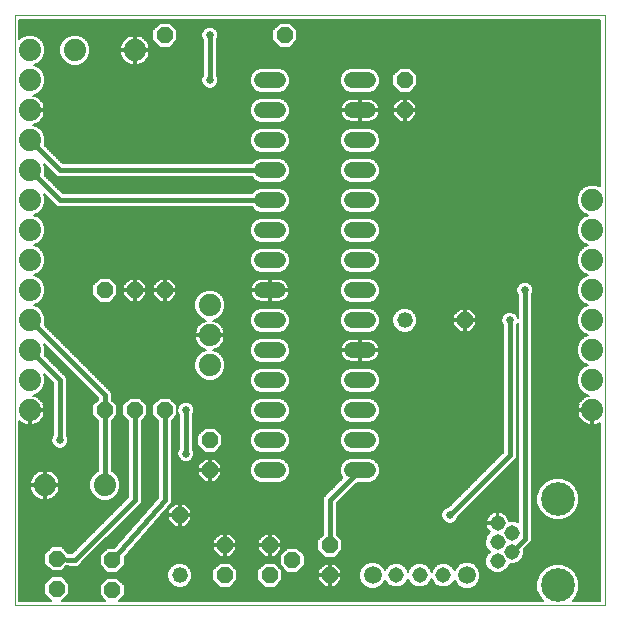
<source format=gbl>
G75*
%MOIN*%
%OFA0B0*%
%FSLAX25Y25*%
%IPPOS*%
%LPD*%
%AMOC8*
5,1,8,0,0,1.08239X$1,22.5*
%
%ADD10C,0.00000*%
%ADD11OC8,0.05200*%
%ADD12C,0.05200*%
%ADD13C,0.05150*%
%ADD14C,0.11220*%
%ADD15C,0.05200*%
%ADD16C,0.05937*%
%ADD17C,0.07400*%
%ADD18C,0.00600*%
%ADD19C,0.01600*%
%ADD20C,0.02578*%
D10*
X0007500Y0002833D02*
X0007500Y0199684D01*
X0204350Y0199684D01*
X0204350Y0002833D01*
X0007500Y0002833D01*
D11*
X0021500Y0008333D03*
X0021500Y0018333D03*
X0040000Y0017833D03*
X0040000Y0007833D03*
X0062500Y0032833D03*
X0077500Y0022833D03*
X0077500Y0012833D03*
X0092500Y0012833D03*
X0100000Y0017833D03*
X0092500Y0022833D03*
X0112500Y0022833D03*
X0112500Y0012833D03*
X0072500Y0047833D03*
X0072500Y0057833D03*
X0057500Y0067833D03*
X0047500Y0067833D03*
X0037500Y0067833D03*
X0037500Y0107833D03*
X0047500Y0107833D03*
X0057500Y0107833D03*
X0137500Y0167833D03*
X0137500Y0177833D03*
X0097500Y0192833D03*
X0057500Y0192833D03*
X0157500Y0097833D03*
D12*
X0137500Y0097833D03*
X0062500Y0012833D03*
D13*
X0134626Y0012833D03*
X0142500Y0012833D03*
X0150374Y0012833D03*
X0168421Y0017534D03*
X0173146Y0020684D03*
X0168421Y0023833D03*
X0173146Y0026983D03*
X0168421Y0030133D03*
D14*
X0188500Y0038203D03*
X0188500Y0009463D03*
D15*
X0125100Y0047833D02*
X0119900Y0047833D01*
X0119900Y0057833D02*
X0125100Y0057833D01*
X0125100Y0067833D02*
X0119900Y0067833D01*
X0119900Y0077833D02*
X0125100Y0077833D01*
X0125100Y0087833D02*
X0119900Y0087833D01*
X0119900Y0097833D02*
X0125100Y0097833D01*
X0125100Y0107833D02*
X0119900Y0107833D01*
X0119900Y0117833D02*
X0125100Y0117833D01*
X0125100Y0127833D02*
X0119900Y0127833D01*
X0119900Y0137833D02*
X0125100Y0137833D01*
X0125100Y0147833D02*
X0119900Y0147833D01*
X0119900Y0157833D02*
X0125100Y0157833D01*
X0125100Y0167833D02*
X0119900Y0167833D01*
X0119900Y0177833D02*
X0125100Y0177833D01*
X0095100Y0177833D02*
X0089900Y0177833D01*
X0089900Y0167833D02*
X0095100Y0167833D01*
X0095100Y0157833D02*
X0089900Y0157833D01*
X0089900Y0147833D02*
X0095100Y0147833D01*
X0095100Y0137833D02*
X0089900Y0137833D01*
X0089900Y0127833D02*
X0095100Y0127833D01*
X0095100Y0117833D02*
X0089900Y0117833D01*
X0089900Y0107833D02*
X0095100Y0107833D01*
X0095100Y0097833D02*
X0089900Y0097833D01*
X0089900Y0087833D02*
X0095100Y0087833D01*
X0095100Y0077833D02*
X0089900Y0077833D01*
X0089900Y0067833D02*
X0095100Y0067833D01*
X0095100Y0057833D02*
X0089900Y0057833D01*
X0089900Y0047833D02*
X0095100Y0047833D01*
D16*
X0126752Y0012833D03*
X0158248Y0012833D03*
D17*
X0200000Y0067833D03*
X0200000Y0077833D03*
X0200000Y0087833D03*
X0200000Y0097833D03*
X0200000Y0107833D03*
X0200000Y0117833D03*
X0200000Y0127833D03*
X0200000Y0137833D03*
X0072500Y0102833D03*
X0072500Y0092833D03*
X0072500Y0082833D03*
X0037500Y0042833D03*
X0017500Y0042833D03*
X0012500Y0067833D03*
X0012500Y0077833D03*
X0012500Y0087833D03*
X0012500Y0097833D03*
X0012500Y0107833D03*
X0012500Y0117833D03*
X0012500Y0127833D03*
X0012500Y0137833D03*
X0012500Y0147833D03*
X0012500Y0157833D03*
X0012500Y0167833D03*
X0012500Y0177833D03*
X0012500Y0187833D03*
X0027500Y0187833D03*
X0047500Y0187833D03*
D18*
X0047800Y0187773D02*
X0070200Y0187773D01*
X0070200Y0187175D02*
X0052458Y0187175D01*
X0052500Y0187440D02*
X0052500Y0187533D01*
X0047800Y0187533D01*
X0047800Y0182833D01*
X0047894Y0182833D01*
X0048671Y0182956D01*
X0049419Y0183200D01*
X0050121Y0183557D01*
X0050757Y0184020D01*
X0051314Y0184576D01*
X0051776Y0185213D01*
X0052134Y0185914D01*
X0052377Y0186662D01*
X0052500Y0187440D01*
X0052500Y0188133D02*
X0052500Y0188227D01*
X0052377Y0189004D01*
X0052134Y0189753D01*
X0051776Y0190454D01*
X0051314Y0191091D01*
X0050757Y0191647D01*
X0050121Y0192110D01*
X0049419Y0192467D01*
X0048671Y0192710D01*
X0047894Y0192833D01*
X0047800Y0192833D01*
X0047800Y0188133D01*
X0052500Y0188133D01*
X0052477Y0188372D02*
X0070200Y0188372D01*
X0070200Y0188970D02*
X0059435Y0188970D01*
X0059198Y0188733D02*
X0061600Y0191135D01*
X0061600Y0194532D01*
X0059198Y0196933D01*
X0055802Y0196933D01*
X0053400Y0194532D01*
X0053400Y0191135D01*
X0055802Y0188733D01*
X0059198Y0188733D01*
X0060034Y0189569D02*
X0070200Y0189569D01*
X0070200Y0190167D02*
X0060632Y0190167D01*
X0061231Y0190766D02*
X0070200Y0190766D01*
X0070200Y0191189D02*
X0070200Y0179478D01*
X0070136Y0179413D01*
X0069711Y0178388D01*
X0069711Y0177279D01*
X0070136Y0176253D01*
X0070920Y0175469D01*
X0071945Y0175044D01*
X0073055Y0175044D01*
X0074080Y0175469D01*
X0074864Y0176253D01*
X0075289Y0177279D01*
X0075289Y0178388D01*
X0074864Y0179413D01*
X0074800Y0179478D01*
X0074800Y0191189D01*
X0074864Y0191253D01*
X0075289Y0192279D01*
X0075289Y0193388D01*
X0074864Y0194413D01*
X0074080Y0195198D01*
X0073055Y0195622D01*
X0071945Y0195622D01*
X0070920Y0195198D01*
X0070136Y0194413D01*
X0069711Y0193388D01*
X0069711Y0192279D01*
X0070136Y0191253D01*
X0070200Y0191189D01*
X0070090Y0191364D02*
X0061600Y0191364D01*
X0061600Y0191963D02*
X0069842Y0191963D01*
X0069711Y0192561D02*
X0061600Y0192561D01*
X0061600Y0193160D02*
X0069711Y0193160D01*
X0069864Y0193758D02*
X0061600Y0193758D01*
X0061600Y0194357D02*
X0070112Y0194357D01*
X0070678Y0194955D02*
X0061176Y0194955D01*
X0060578Y0195554D02*
X0071780Y0195554D01*
X0073220Y0195554D02*
X0094422Y0195554D01*
X0093824Y0194955D02*
X0074322Y0194955D01*
X0074888Y0194357D02*
X0093400Y0194357D01*
X0093400Y0194532D02*
X0093400Y0191135D01*
X0095802Y0188733D01*
X0099198Y0188733D01*
X0101600Y0191135D01*
X0101600Y0194532D01*
X0099198Y0196933D01*
X0095802Y0196933D01*
X0093400Y0194532D01*
X0093400Y0193758D02*
X0075136Y0193758D01*
X0075289Y0193160D02*
X0093400Y0193160D01*
X0093400Y0192561D02*
X0075289Y0192561D01*
X0075158Y0191963D02*
X0093400Y0191963D01*
X0093400Y0191364D02*
X0074910Y0191364D01*
X0074800Y0190766D02*
X0093769Y0190766D01*
X0094368Y0190167D02*
X0074800Y0190167D01*
X0074800Y0189569D02*
X0094966Y0189569D01*
X0095565Y0188970D02*
X0074800Y0188970D01*
X0074800Y0188372D02*
X0202500Y0188372D01*
X0202500Y0188970D02*
X0099435Y0188970D01*
X0100034Y0189569D02*
X0202500Y0189569D01*
X0202500Y0190167D02*
X0100632Y0190167D01*
X0101231Y0190766D02*
X0202500Y0190766D01*
X0202500Y0191364D02*
X0101600Y0191364D01*
X0101600Y0191963D02*
X0202500Y0191963D01*
X0202500Y0192561D02*
X0101600Y0192561D01*
X0101600Y0193160D02*
X0202500Y0193160D01*
X0202500Y0193758D02*
X0101600Y0193758D01*
X0101600Y0194357D02*
X0202500Y0194357D01*
X0202500Y0194955D02*
X0101176Y0194955D01*
X0100578Y0195554D02*
X0202500Y0195554D01*
X0202500Y0196152D02*
X0099979Y0196152D01*
X0099381Y0196751D02*
X0202500Y0196751D01*
X0202500Y0197350D02*
X0009000Y0197350D01*
X0009000Y0197833D02*
X0202500Y0197833D01*
X0202500Y0142426D01*
X0201034Y0143033D01*
X0198966Y0143033D01*
X0197054Y0142242D01*
X0195592Y0140779D01*
X0194800Y0138868D01*
X0194800Y0136799D01*
X0195592Y0134888D01*
X0197054Y0133425D01*
X0198483Y0132833D01*
X0197054Y0132242D01*
X0195592Y0130779D01*
X0194800Y0128868D01*
X0194800Y0126799D01*
X0195592Y0124888D01*
X0197054Y0123425D01*
X0198483Y0122833D01*
X0197054Y0122242D01*
X0195592Y0120779D01*
X0194800Y0118868D01*
X0194800Y0116799D01*
X0195592Y0114888D01*
X0197054Y0113425D01*
X0198483Y0112833D01*
X0197054Y0112242D01*
X0195592Y0110779D01*
X0194800Y0108868D01*
X0194800Y0106799D01*
X0195592Y0104888D01*
X0197054Y0103425D01*
X0198483Y0102833D01*
X0197054Y0102242D01*
X0195592Y0100779D01*
X0194800Y0098868D01*
X0194800Y0096799D01*
X0195592Y0094888D01*
X0197054Y0093425D01*
X0198483Y0092833D01*
X0197054Y0092242D01*
X0195592Y0090779D01*
X0194800Y0088868D01*
X0194800Y0086799D01*
X0195592Y0084888D01*
X0197054Y0083425D01*
X0198483Y0082833D01*
X0197054Y0082242D01*
X0195592Y0080779D01*
X0194800Y0078868D01*
X0194800Y0076799D01*
X0195592Y0074888D01*
X0197054Y0073425D01*
X0198802Y0072701D01*
X0198081Y0072467D01*
X0197379Y0072110D01*
X0196743Y0071647D01*
X0196186Y0071091D01*
X0195724Y0070454D01*
X0195366Y0069753D01*
X0195123Y0069004D01*
X0195000Y0068227D01*
X0195000Y0068133D01*
X0199700Y0068133D01*
X0199700Y0067533D01*
X0200300Y0067533D01*
X0200300Y0062833D01*
X0200394Y0062833D01*
X0201171Y0062956D01*
X0201919Y0063200D01*
X0202500Y0063496D01*
X0202500Y0004333D01*
X0193425Y0004333D01*
X0194528Y0005436D01*
X0195610Y0008049D01*
X0195610Y0010878D01*
X0194528Y0013491D01*
X0192528Y0015491D01*
X0189914Y0016573D01*
X0187086Y0016573D01*
X0184472Y0015491D01*
X0182472Y0013491D01*
X0181390Y0010878D01*
X0181390Y0008049D01*
X0182472Y0005436D01*
X0183575Y0004333D01*
X0042298Y0004333D01*
X0044100Y0006135D01*
X0044100Y0009532D01*
X0041698Y0011933D01*
X0038302Y0011933D01*
X0035900Y0009532D01*
X0035900Y0006135D01*
X0037702Y0004333D01*
X0023298Y0004333D01*
X0025600Y0006635D01*
X0025600Y0010032D01*
X0023198Y0012433D01*
X0019802Y0012433D01*
X0017400Y0010032D01*
X0017400Y0006635D01*
X0019702Y0004333D01*
X0009000Y0004333D01*
X0009000Y0064262D01*
X0009243Y0064020D01*
X0009879Y0063557D01*
X0010581Y0063200D01*
X0011329Y0062956D01*
X0012106Y0062833D01*
X0012200Y0062833D01*
X0012200Y0067533D01*
X0012800Y0067533D01*
X0012800Y0062833D01*
X0012894Y0062833D01*
X0013671Y0062956D01*
X0014419Y0063200D01*
X0015121Y0063557D01*
X0015757Y0064020D01*
X0016314Y0064576D01*
X0016776Y0065213D01*
X0017134Y0065914D01*
X0017377Y0066662D01*
X0017500Y0067440D01*
X0017500Y0067533D01*
X0012800Y0067533D01*
X0012800Y0068133D01*
X0017500Y0068133D01*
X0017500Y0068227D01*
X0017377Y0069004D01*
X0017134Y0069753D01*
X0016776Y0070454D01*
X0016314Y0071091D01*
X0015757Y0071647D01*
X0015121Y0072110D01*
X0014419Y0072467D01*
X0013698Y0072701D01*
X0015446Y0073425D01*
X0016908Y0074888D01*
X0017700Y0076799D01*
X0017700Y0078868D01*
X0017337Y0079743D01*
X0020200Y0076881D01*
X0020200Y0059478D01*
X0020136Y0059413D01*
X0019711Y0058388D01*
X0019711Y0057279D01*
X0020136Y0056253D01*
X0020920Y0055469D01*
X0021945Y0055044D01*
X0023055Y0055044D01*
X0024080Y0055469D01*
X0024864Y0056253D01*
X0025289Y0057279D01*
X0025289Y0058388D01*
X0024864Y0059413D01*
X0024800Y0059478D01*
X0024800Y0078786D01*
X0017433Y0086153D01*
X0017700Y0086799D01*
X0017700Y0088868D01*
X0017337Y0089743D01*
X0035200Y0071881D01*
X0035200Y0071332D01*
X0033400Y0069532D01*
X0033400Y0066135D01*
X0035200Y0064335D01*
X0035200Y0047509D01*
X0034554Y0047242D01*
X0033092Y0045779D01*
X0032300Y0043868D01*
X0032300Y0041799D01*
X0033092Y0039888D01*
X0034554Y0038425D01*
X0036466Y0037633D01*
X0038534Y0037633D01*
X0040446Y0038425D01*
X0041908Y0039888D01*
X0042700Y0041799D01*
X0042700Y0043868D01*
X0041908Y0045779D01*
X0040446Y0047242D01*
X0039800Y0047509D01*
X0039800Y0064335D01*
X0041600Y0066135D01*
X0041600Y0069532D01*
X0039800Y0071332D01*
X0039800Y0073786D01*
X0017433Y0096153D01*
X0017700Y0096799D01*
X0017700Y0098868D01*
X0016908Y0100779D01*
X0015446Y0102242D01*
X0014017Y0102833D01*
X0015446Y0103425D01*
X0016908Y0104888D01*
X0017700Y0106799D01*
X0017700Y0108868D01*
X0016908Y0110779D01*
X0015446Y0112242D01*
X0014017Y0112833D01*
X0015446Y0113425D01*
X0016908Y0114888D01*
X0017700Y0116799D01*
X0017700Y0118868D01*
X0016908Y0120779D01*
X0015446Y0122242D01*
X0014017Y0122833D01*
X0015446Y0123425D01*
X0016908Y0124888D01*
X0017700Y0126799D01*
X0017700Y0128868D01*
X0016908Y0130779D01*
X0015446Y0132242D01*
X0014017Y0132833D01*
X0015446Y0133425D01*
X0016908Y0134888D01*
X0017700Y0136799D01*
X0017700Y0138868D01*
X0017337Y0139743D01*
X0021547Y0135533D01*
X0086415Y0135533D01*
X0086424Y0135511D01*
X0087578Y0134358D01*
X0089084Y0133733D01*
X0095916Y0133733D01*
X0097422Y0134358D01*
X0098576Y0135511D01*
X0099200Y0137018D01*
X0099200Y0138649D01*
X0098576Y0140156D01*
X0097422Y0141309D01*
X0095916Y0141933D01*
X0089084Y0141933D01*
X0087578Y0141309D01*
X0086424Y0140156D01*
X0086415Y0140133D01*
X0023453Y0140133D01*
X0017433Y0146153D01*
X0017700Y0146799D01*
X0017700Y0148868D01*
X0017337Y0149743D01*
X0021547Y0145533D01*
X0086415Y0145533D01*
X0086424Y0145511D01*
X0087578Y0144358D01*
X0089084Y0143733D01*
X0095916Y0143733D01*
X0097422Y0144358D01*
X0098576Y0145511D01*
X0099200Y0147018D01*
X0099200Y0148649D01*
X0098576Y0150156D01*
X0097422Y0151309D01*
X0095916Y0151933D01*
X0089084Y0151933D01*
X0087578Y0151309D01*
X0086424Y0150156D01*
X0086415Y0150133D01*
X0023453Y0150133D01*
X0017433Y0156153D01*
X0017700Y0156799D01*
X0017700Y0158868D01*
X0016908Y0160779D01*
X0015446Y0162242D01*
X0013698Y0162965D01*
X0014419Y0163200D01*
X0015121Y0163557D01*
X0015757Y0164020D01*
X0016314Y0164576D01*
X0016776Y0165213D01*
X0017134Y0165914D01*
X0017377Y0166662D01*
X0017500Y0167440D01*
X0017500Y0167533D01*
X0012800Y0167533D01*
X0012800Y0168133D01*
X0017500Y0168133D01*
X0017500Y0168227D01*
X0017377Y0169004D01*
X0017134Y0169753D01*
X0016776Y0170454D01*
X0016314Y0171091D01*
X0015757Y0171647D01*
X0015121Y0172110D01*
X0014419Y0172467D01*
X0013698Y0172701D01*
X0015446Y0173425D01*
X0016908Y0174888D01*
X0017700Y0176799D01*
X0017700Y0178868D01*
X0016908Y0180779D01*
X0015446Y0182242D01*
X0014017Y0182833D01*
X0015446Y0183425D01*
X0016908Y0184888D01*
X0017700Y0186799D01*
X0017700Y0188868D01*
X0016908Y0190779D01*
X0015446Y0192242D01*
X0013534Y0193033D01*
X0011466Y0193033D01*
X0009554Y0192242D01*
X0009000Y0191687D01*
X0009000Y0197833D01*
X0009000Y0196751D02*
X0055619Y0196751D01*
X0055021Y0196152D02*
X0009000Y0196152D01*
X0009000Y0195554D02*
X0054422Y0195554D01*
X0053824Y0194955D02*
X0009000Y0194955D01*
X0009000Y0194357D02*
X0053400Y0194357D01*
X0053400Y0193758D02*
X0009000Y0193758D01*
X0009000Y0193160D02*
X0053400Y0193160D01*
X0053400Y0192561D02*
X0049129Y0192561D01*
X0047800Y0192561D02*
X0047200Y0192561D01*
X0047200Y0192833D02*
X0047106Y0192833D01*
X0046329Y0192710D01*
X0045581Y0192467D01*
X0044879Y0192110D01*
X0044243Y0191647D01*
X0043686Y0191091D01*
X0043224Y0190454D01*
X0042866Y0189753D01*
X0042623Y0189004D01*
X0042500Y0188227D01*
X0042500Y0188133D01*
X0047200Y0188133D01*
X0047200Y0187533D01*
X0047800Y0187533D01*
X0047800Y0188133D01*
X0047200Y0188133D01*
X0047200Y0192833D01*
X0047200Y0191963D02*
X0047800Y0191963D01*
X0047800Y0191364D02*
X0047200Y0191364D01*
X0047200Y0190766D02*
X0047800Y0190766D01*
X0047800Y0190167D02*
X0047200Y0190167D01*
X0047200Y0189569D02*
X0047800Y0189569D01*
X0047800Y0188970D02*
X0047200Y0188970D01*
X0047200Y0188372D02*
X0047800Y0188372D01*
X0047200Y0187773D02*
X0032700Y0187773D01*
X0032700Y0187175D02*
X0042542Y0187175D01*
X0042500Y0187440D02*
X0042623Y0186662D01*
X0042866Y0185914D01*
X0043224Y0185213D01*
X0043686Y0184576D01*
X0044243Y0184020D01*
X0044879Y0183557D01*
X0045581Y0183200D01*
X0046329Y0182956D01*
X0047106Y0182833D01*
X0047200Y0182833D01*
X0047200Y0187533D01*
X0042500Y0187533D01*
X0042500Y0187440D01*
X0042651Y0186576D02*
X0032608Y0186576D01*
X0032700Y0186799D02*
X0031908Y0184888D01*
X0030446Y0183425D01*
X0028534Y0182633D01*
X0026466Y0182633D01*
X0024554Y0183425D01*
X0023092Y0184888D01*
X0022300Y0186799D01*
X0022300Y0188868D01*
X0023092Y0190779D01*
X0024554Y0192242D01*
X0026466Y0193033D01*
X0028534Y0193033D01*
X0030446Y0192242D01*
X0031908Y0190779D01*
X0032700Y0188868D01*
X0032700Y0186799D01*
X0032360Y0185978D02*
X0042846Y0185978D01*
X0043139Y0185379D02*
X0032112Y0185379D01*
X0031801Y0184781D02*
X0043537Y0184781D01*
X0044080Y0184182D02*
X0031203Y0184182D01*
X0030604Y0183584D02*
X0044843Y0183584D01*
X0046241Y0182985D02*
X0029384Y0182985D01*
X0025616Y0182985D02*
X0014384Y0182985D01*
X0015095Y0182387D02*
X0070200Y0182387D01*
X0070200Y0182985D02*
X0048759Y0182985D01*
X0047800Y0182985D02*
X0047200Y0182985D01*
X0047200Y0183584D02*
X0047800Y0183584D01*
X0047800Y0184182D02*
X0047200Y0184182D01*
X0047200Y0184781D02*
X0047800Y0184781D01*
X0047800Y0185379D02*
X0047200Y0185379D01*
X0047200Y0185978D02*
X0047800Y0185978D01*
X0047800Y0186576D02*
X0047200Y0186576D01*
X0047200Y0187175D02*
X0047800Y0187175D01*
X0050157Y0183584D02*
X0070200Y0183584D01*
X0070200Y0184182D02*
X0050920Y0184182D01*
X0051463Y0184781D02*
X0070200Y0184781D01*
X0070200Y0185379D02*
X0051861Y0185379D01*
X0052154Y0185978D02*
X0070200Y0185978D01*
X0070200Y0186576D02*
X0052349Y0186576D01*
X0052382Y0188970D02*
X0055565Y0188970D01*
X0054966Y0189569D02*
X0052193Y0189569D01*
X0051922Y0190167D02*
X0054368Y0190167D01*
X0053769Y0190766D02*
X0051550Y0190766D01*
X0051040Y0191364D02*
X0053400Y0191364D01*
X0053400Y0191963D02*
X0050323Y0191963D01*
X0045871Y0192561D02*
X0029674Y0192561D01*
X0030724Y0191963D02*
X0044677Y0191963D01*
X0043960Y0191364D02*
X0031323Y0191364D01*
X0031914Y0190766D02*
X0043450Y0190766D01*
X0043078Y0190167D02*
X0032162Y0190167D01*
X0032410Y0189569D02*
X0042807Y0189569D01*
X0042618Y0188970D02*
X0032657Y0188970D01*
X0032700Y0188372D02*
X0042523Y0188372D01*
X0025326Y0192561D02*
X0014674Y0192561D01*
X0015724Y0191963D02*
X0024276Y0191963D01*
X0023677Y0191364D02*
X0016323Y0191364D01*
X0016914Y0190766D02*
X0023086Y0190766D01*
X0022838Y0190167D02*
X0017162Y0190167D01*
X0017410Y0189569D02*
X0022590Y0189569D01*
X0022343Y0188970D02*
X0017657Y0188970D01*
X0017700Y0188372D02*
X0022300Y0188372D01*
X0022300Y0187773D02*
X0017700Y0187773D01*
X0017700Y0187175D02*
X0022300Y0187175D01*
X0022392Y0186576D02*
X0017608Y0186576D01*
X0017360Y0185978D02*
X0022640Y0185978D01*
X0022888Y0185379D02*
X0017112Y0185379D01*
X0016801Y0184781D02*
X0023199Y0184781D01*
X0023797Y0184182D02*
X0016203Y0184182D01*
X0015604Y0183584D02*
X0024396Y0183584D01*
X0016986Y0180591D02*
X0070200Y0180591D01*
X0070200Y0179993D02*
X0017234Y0179993D01*
X0017482Y0179394D02*
X0070128Y0179394D01*
X0069880Y0178796D02*
X0017700Y0178796D01*
X0017700Y0178197D02*
X0069711Y0178197D01*
X0069711Y0177599D02*
X0017700Y0177599D01*
X0017700Y0177000D02*
X0069826Y0177000D01*
X0070074Y0176402D02*
X0017535Y0176402D01*
X0017287Y0175803D02*
X0070586Y0175803D01*
X0071558Y0175205D02*
X0017040Y0175205D01*
X0016627Y0174606D02*
X0087329Y0174606D01*
X0087578Y0174358D02*
X0086424Y0175511D01*
X0085800Y0177018D01*
X0085800Y0178649D01*
X0086424Y0180156D01*
X0087578Y0181309D01*
X0089084Y0181933D01*
X0095916Y0181933D01*
X0097422Y0181309D01*
X0098576Y0180156D01*
X0099200Y0178649D01*
X0099200Y0177018D01*
X0098576Y0175511D01*
X0097422Y0174358D01*
X0095916Y0173733D01*
X0089084Y0173733D01*
X0087578Y0174358D01*
X0088422Y0174008D02*
X0016028Y0174008D01*
X0015407Y0173409D02*
X0202500Y0173409D01*
X0202500Y0172811D02*
X0013962Y0172811D01*
X0014920Y0172212D02*
X0202500Y0172212D01*
X0202500Y0171614D02*
X0139235Y0171614D01*
X0139115Y0171733D02*
X0137800Y0171733D01*
X0137800Y0168133D01*
X0141400Y0168133D01*
X0141400Y0169449D01*
X0139115Y0171733D01*
X0139834Y0171015D02*
X0202500Y0171015D01*
X0202500Y0170416D02*
X0140432Y0170416D01*
X0141031Y0169818D02*
X0202500Y0169818D01*
X0202500Y0169219D02*
X0141400Y0169219D01*
X0141400Y0168621D02*
X0202500Y0168621D01*
X0202500Y0168022D02*
X0137800Y0168022D01*
X0137800Y0168133D02*
X0137800Y0167533D01*
X0137800Y0163933D01*
X0139115Y0163933D01*
X0141400Y0166218D01*
X0141400Y0167533D01*
X0137800Y0167533D01*
X0137200Y0167533D01*
X0137200Y0163933D01*
X0135885Y0163933D01*
X0133600Y0166218D01*
X0133600Y0167533D01*
X0137200Y0167533D01*
X0137200Y0168133D01*
X0133600Y0168133D01*
X0133600Y0169449D01*
X0135885Y0171733D01*
X0137200Y0171733D01*
X0137200Y0168133D01*
X0137800Y0168133D01*
X0137800Y0168621D02*
X0137200Y0168621D01*
X0137200Y0169219D02*
X0137800Y0169219D01*
X0137800Y0169818D02*
X0137200Y0169818D01*
X0137200Y0170416D02*
X0137800Y0170416D01*
X0137800Y0171015D02*
X0137200Y0171015D01*
X0137200Y0171614D02*
X0137800Y0171614D01*
X0135765Y0171614D02*
X0126086Y0171614D01*
X0126238Y0171583D02*
X0125484Y0171733D01*
X0122800Y0171733D01*
X0122800Y0168133D01*
X0129000Y0168133D01*
X0129000Y0168217D01*
X0128850Y0168971D01*
X0128556Y0169681D01*
X0128129Y0170319D01*
X0127586Y0170863D01*
X0126947Y0171289D01*
X0126238Y0171583D01*
X0127358Y0171015D02*
X0135166Y0171015D01*
X0134568Y0170416D02*
X0128032Y0170416D01*
X0128464Y0169818D02*
X0133969Y0169818D01*
X0133600Y0169219D02*
X0128747Y0169219D01*
X0128920Y0168621D02*
X0133600Y0168621D01*
X0133600Y0167424D02*
X0128995Y0167424D01*
X0129000Y0167449D02*
X0128850Y0166696D01*
X0128556Y0165986D01*
X0128129Y0165347D01*
X0127586Y0164804D01*
X0126947Y0164377D01*
X0126238Y0164083D01*
X0125484Y0163933D01*
X0122800Y0163933D01*
X0122800Y0167533D01*
X0122200Y0167533D01*
X0122200Y0163933D01*
X0119516Y0163933D01*
X0118762Y0164083D01*
X0118053Y0164377D01*
X0117414Y0164804D01*
X0116871Y0165347D01*
X0116444Y0165986D01*
X0116150Y0166696D01*
X0116000Y0167449D01*
X0116000Y0167533D01*
X0122200Y0167533D01*
X0122200Y0168133D01*
X0116000Y0168133D01*
X0116000Y0168217D01*
X0116150Y0168971D01*
X0116444Y0169681D01*
X0116871Y0170319D01*
X0117414Y0170863D01*
X0118053Y0171289D01*
X0118762Y0171583D01*
X0119516Y0171733D01*
X0122200Y0171733D01*
X0122200Y0168133D01*
X0122800Y0168133D01*
X0122800Y0167533D01*
X0129000Y0167533D01*
X0129000Y0167449D01*
X0128876Y0166825D02*
X0133600Y0166825D01*
X0133600Y0166227D02*
X0128656Y0166227D01*
X0128317Y0165628D02*
X0134189Y0165628D01*
X0134788Y0165030D02*
X0127812Y0165030D01*
X0127028Y0164431D02*
X0135387Y0164431D01*
X0137200Y0164431D02*
X0137800Y0164431D01*
X0137800Y0165030D02*
X0137200Y0165030D01*
X0137200Y0165628D02*
X0137800Y0165628D01*
X0137800Y0166227D02*
X0137200Y0166227D01*
X0137200Y0166825D02*
X0137800Y0166825D01*
X0137800Y0167424D02*
X0137200Y0167424D01*
X0137200Y0168022D02*
X0122800Y0168022D01*
X0122800Y0167424D02*
X0122200Y0167424D01*
X0122200Y0168022D02*
X0099200Y0168022D01*
X0099200Y0167424D02*
X0116005Y0167424D01*
X0116124Y0166825D02*
X0099120Y0166825D01*
X0099200Y0167018D02*
X0099200Y0168649D01*
X0098576Y0170156D01*
X0097422Y0171309D01*
X0095916Y0171933D01*
X0089084Y0171933D01*
X0087578Y0171309D01*
X0086424Y0170156D01*
X0085800Y0168649D01*
X0085800Y0167018D01*
X0086424Y0165511D01*
X0087578Y0164358D01*
X0089084Y0163733D01*
X0095916Y0163733D01*
X0097422Y0164358D01*
X0098576Y0165511D01*
X0099200Y0167018D01*
X0098872Y0166227D02*
X0116344Y0166227D01*
X0116683Y0165628D02*
X0098624Y0165628D01*
X0098095Y0165030D02*
X0117188Y0165030D01*
X0117972Y0164431D02*
X0097496Y0164431D01*
X0096156Y0163833D02*
X0202500Y0163833D01*
X0202500Y0164431D02*
X0139613Y0164431D01*
X0140212Y0165030D02*
X0202500Y0165030D01*
X0202500Y0165628D02*
X0140810Y0165628D01*
X0141400Y0166227D02*
X0202500Y0166227D01*
X0202500Y0166825D02*
X0141400Y0166825D01*
X0141400Y0167424D02*
X0202500Y0167424D01*
X0202500Y0163234D02*
X0014487Y0163234D01*
X0014494Y0162636D02*
X0202500Y0162636D01*
X0202500Y0162037D02*
X0015650Y0162037D01*
X0016248Y0161439D02*
X0087891Y0161439D01*
X0087578Y0161309D02*
X0086424Y0160156D01*
X0085800Y0158649D01*
X0085800Y0157018D01*
X0086424Y0155511D01*
X0087578Y0154358D01*
X0089084Y0153733D01*
X0095916Y0153733D01*
X0097422Y0154358D01*
X0098576Y0155511D01*
X0099200Y0157018D01*
X0099200Y0158649D01*
X0098576Y0160156D01*
X0097422Y0161309D01*
X0095916Y0161933D01*
X0089084Y0161933D01*
X0087578Y0161309D01*
X0087109Y0160840D02*
X0016847Y0160840D01*
X0017131Y0160242D02*
X0086510Y0160242D01*
X0086212Y0159643D02*
X0017379Y0159643D01*
X0017627Y0159045D02*
X0085964Y0159045D01*
X0085800Y0158446D02*
X0017700Y0158446D01*
X0017700Y0157848D02*
X0085800Y0157848D01*
X0085800Y0157249D02*
X0017700Y0157249D01*
X0017639Y0156651D02*
X0085952Y0156651D01*
X0086200Y0156052D02*
X0017534Y0156052D01*
X0018132Y0155454D02*
X0086481Y0155454D01*
X0087080Y0154855D02*
X0018731Y0154855D01*
X0019329Y0154257D02*
X0087821Y0154257D01*
X0088914Y0151863D02*
X0021723Y0151863D01*
X0021125Y0152461D02*
X0202500Y0152461D01*
X0202500Y0151863D02*
X0126086Y0151863D01*
X0125916Y0151933D02*
X0127422Y0151309D01*
X0128576Y0150156D01*
X0129200Y0148649D01*
X0129200Y0147018D01*
X0128576Y0145511D01*
X0127422Y0144358D01*
X0125916Y0143733D01*
X0119084Y0143733D01*
X0117578Y0144358D01*
X0116424Y0145511D01*
X0115800Y0147018D01*
X0115800Y0148649D01*
X0116424Y0150156D01*
X0117578Y0151309D01*
X0119084Y0151933D01*
X0125916Y0151933D01*
X0127467Y0151264D02*
X0202500Y0151264D01*
X0202500Y0150666D02*
X0128066Y0150666D01*
X0128613Y0150067D02*
X0202500Y0150067D01*
X0202500Y0149469D02*
X0128860Y0149469D01*
X0129108Y0148870D02*
X0202500Y0148870D01*
X0202500Y0148272D02*
X0129200Y0148272D01*
X0129200Y0147673D02*
X0202500Y0147673D01*
X0202500Y0147075D02*
X0129200Y0147075D01*
X0128976Y0146476D02*
X0202500Y0146476D01*
X0202500Y0145878D02*
X0128728Y0145878D01*
X0128344Y0145279D02*
X0202500Y0145279D01*
X0202500Y0144681D02*
X0127745Y0144681D01*
X0126757Y0144082D02*
X0202500Y0144082D01*
X0202500Y0143483D02*
X0020103Y0143483D01*
X0020701Y0142885D02*
X0198608Y0142885D01*
X0197163Y0142286D02*
X0021300Y0142286D01*
X0021898Y0141688D02*
X0088492Y0141688D01*
X0087358Y0141089D02*
X0022497Y0141089D01*
X0023095Y0140491D02*
X0086759Y0140491D01*
X0088243Y0144082D02*
X0019504Y0144082D01*
X0018905Y0144681D02*
X0087255Y0144681D01*
X0086656Y0145279D02*
X0018307Y0145279D01*
X0017708Y0145878D02*
X0021203Y0145878D01*
X0020605Y0146476D02*
X0017566Y0146476D01*
X0017700Y0147075D02*
X0020006Y0147075D01*
X0019408Y0147673D02*
X0017700Y0147673D01*
X0017700Y0148272D02*
X0018809Y0148272D01*
X0018211Y0148870D02*
X0017699Y0148870D01*
X0017612Y0149469D02*
X0017451Y0149469D01*
X0020526Y0153060D02*
X0202500Y0153060D01*
X0202500Y0153658D02*
X0019928Y0153658D01*
X0022322Y0151264D02*
X0087533Y0151264D01*
X0086934Y0150666D02*
X0022920Y0150666D01*
X0017787Y0139294D02*
X0017523Y0139294D01*
X0017700Y0138695D02*
X0018385Y0138695D01*
X0018984Y0138097D02*
X0017700Y0138097D01*
X0017700Y0137498D02*
X0019582Y0137498D01*
X0020181Y0136900D02*
X0017700Y0136900D01*
X0017494Y0136301D02*
X0020779Y0136301D01*
X0021378Y0135703D02*
X0017246Y0135703D01*
X0016998Y0135104D02*
X0086831Y0135104D01*
X0087429Y0134506D02*
X0016526Y0134506D01*
X0015928Y0133907D02*
X0088664Y0133907D01*
X0089084Y0131933D02*
X0087578Y0131309D01*
X0086424Y0130156D01*
X0085800Y0128649D01*
X0085800Y0127018D01*
X0086424Y0125511D01*
X0087578Y0124358D01*
X0089084Y0123733D01*
X0095916Y0123733D01*
X0097422Y0124358D01*
X0098576Y0125511D01*
X0099200Y0127018D01*
X0099200Y0128649D01*
X0098576Y0130156D01*
X0097422Y0131309D01*
X0095916Y0131933D01*
X0089084Y0131933D01*
X0088070Y0131513D02*
X0016174Y0131513D01*
X0016772Y0130915D02*
X0087183Y0130915D01*
X0086585Y0130316D02*
X0017100Y0130316D01*
X0017348Y0129718D02*
X0086243Y0129718D01*
X0085995Y0129119D02*
X0017596Y0129119D01*
X0017700Y0128521D02*
X0085800Y0128521D01*
X0085800Y0127922D02*
X0017700Y0127922D01*
X0017700Y0127324D02*
X0085800Y0127324D01*
X0085921Y0126725D02*
X0017669Y0126725D01*
X0017422Y0126127D02*
X0086169Y0126127D01*
X0086417Y0125528D02*
X0017174Y0125528D01*
X0016926Y0124930D02*
X0087005Y0124930D01*
X0087641Y0124331D02*
X0016352Y0124331D01*
X0015753Y0123733D02*
X0196747Y0123733D01*
X0196148Y0124331D02*
X0127359Y0124331D01*
X0127422Y0124358D02*
X0128576Y0125511D01*
X0129200Y0127018D01*
X0129200Y0128649D01*
X0128576Y0130156D01*
X0127422Y0131309D01*
X0125916Y0131933D01*
X0119084Y0131933D01*
X0117578Y0131309D01*
X0116424Y0130156D01*
X0115800Y0128649D01*
X0115800Y0127018D01*
X0116424Y0125511D01*
X0117578Y0124358D01*
X0119084Y0123733D01*
X0125916Y0123733D01*
X0127422Y0124358D01*
X0127995Y0124930D02*
X0195574Y0124930D01*
X0195326Y0125528D02*
X0128583Y0125528D01*
X0128831Y0126127D02*
X0195078Y0126127D01*
X0194831Y0126725D02*
X0129079Y0126725D01*
X0129200Y0127324D02*
X0194800Y0127324D01*
X0194800Y0127922D02*
X0129200Y0127922D01*
X0129200Y0128521D02*
X0194800Y0128521D01*
X0194904Y0129119D02*
X0129005Y0129119D01*
X0128757Y0129718D02*
X0195152Y0129718D01*
X0195400Y0130316D02*
X0128415Y0130316D01*
X0127817Y0130915D02*
X0195728Y0130915D01*
X0196326Y0131513D02*
X0126930Y0131513D01*
X0125916Y0133733D02*
X0127422Y0134358D01*
X0128576Y0135511D01*
X0129200Y0137018D01*
X0129200Y0138649D01*
X0128576Y0140156D01*
X0127422Y0141309D01*
X0125916Y0141933D01*
X0119084Y0141933D01*
X0117578Y0141309D01*
X0116424Y0140156D01*
X0115800Y0138649D01*
X0115800Y0137018D01*
X0116424Y0135511D01*
X0117578Y0134358D01*
X0119084Y0133733D01*
X0125916Y0133733D01*
X0126336Y0133907D02*
X0196572Y0133907D01*
X0195974Y0134506D02*
X0127571Y0134506D01*
X0128169Y0135104D02*
X0195502Y0135104D01*
X0195254Y0135703D02*
X0128655Y0135703D01*
X0128903Y0136301D02*
X0195006Y0136301D01*
X0194800Y0136900D02*
X0129151Y0136900D01*
X0129200Y0137498D02*
X0194800Y0137498D01*
X0194800Y0138097D02*
X0129200Y0138097D01*
X0129181Y0138695D02*
X0194800Y0138695D01*
X0194977Y0139294D02*
X0128933Y0139294D01*
X0128685Y0139892D02*
X0195224Y0139892D01*
X0195472Y0140491D02*
X0128241Y0140491D01*
X0127642Y0141089D02*
X0195902Y0141089D01*
X0196501Y0141688D02*
X0126508Y0141688D01*
X0118492Y0141688D02*
X0096508Y0141688D01*
X0097642Y0141089D02*
X0117358Y0141089D01*
X0116759Y0140491D02*
X0098241Y0140491D01*
X0098685Y0139892D02*
X0116315Y0139892D01*
X0116067Y0139294D02*
X0098933Y0139294D01*
X0099181Y0138695D02*
X0115819Y0138695D01*
X0115800Y0138097D02*
X0099200Y0138097D01*
X0099200Y0137498D02*
X0115800Y0137498D01*
X0115849Y0136900D02*
X0099151Y0136900D01*
X0098903Y0136301D02*
X0116097Y0136301D01*
X0116345Y0135703D02*
X0098655Y0135703D01*
X0098169Y0135104D02*
X0116831Y0135104D01*
X0117429Y0134506D02*
X0097571Y0134506D01*
X0096336Y0133907D02*
X0118664Y0133907D01*
X0118070Y0131513D02*
X0096930Y0131513D01*
X0097817Y0130915D02*
X0117183Y0130915D01*
X0116585Y0130316D02*
X0098415Y0130316D01*
X0098757Y0129718D02*
X0116243Y0129718D01*
X0115995Y0129119D02*
X0099005Y0129119D01*
X0099200Y0128521D02*
X0115800Y0128521D01*
X0115800Y0127922D02*
X0099200Y0127922D01*
X0099200Y0127324D02*
X0115800Y0127324D01*
X0115921Y0126725D02*
X0099079Y0126725D01*
X0098831Y0126127D02*
X0116169Y0126127D01*
X0116417Y0125528D02*
X0098583Y0125528D01*
X0097995Y0124930D02*
X0117005Y0124930D01*
X0117641Y0124331D02*
X0097359Y0124331D01*
X0095916Y0121933D02*
X0097422Y0121309D01*
X0098576Y0120156D01*
X0099200Y0118649D01*
X0099200Y0117018D01*
X0098576Y0115511D01*
X0097422Y0114358D01*
X0095916Y0113733D01*
X0089084Y0113733D01*
X0087578Y0114358D01*
X0086424Y0115511D01*
X0085800Y0117018D01*
X0085800Y0118649D01*
X0086424Y0120156D01*
X0087578Y0121309D01*
X0089084Y0121933D01*
X0095916Y0121933D01*
X0097351Y0121339D02*
X0117649Y0121339D01*
X0117578Y0121309D02*
X0116424Y0120156D01*
X0115800Y0118649D01*
X0115800Y0117018D01*
X0116424Y0115511D01*
X0117578Y0114358D01*
X0119084Y0113733D01*
X0125916Y0113733D01*
X0127422Y0114358D01*
X0128576Y0115511D01*
X0129200Y0117018D01*
X0129200Y0118649D01*
X0128576Y0120156D01*
X0127422Y0121309D01*
X0125916Y0121933D01*
X0119084Y0121933D01*
X0117578Y0121309D01*
X0117008Y0120740D02*
X0097992Y0120740D01*
X0098582Y0120142D02*
X0116418Y0120142D01*
X0116170Y0119543D02*
X0098830Y0119543D01*
X0099078Y0118945D02*
X0115922Y0118945D01*
X0115800Y0118346D02*
X0099200Y0118346D01*
X0099200Y0117748D02*
X0115800Y0117748D01*
X0115800Y0117149D02*
X0099200Y0117149D01*
X0099006Y0116550D02*
X0115994Y0116550D01*
X0116241Y0115952D02*
X0098759Y0115952D01*
X0098418Y0115353D02*
X0116582Y0115353D01*
X0117180Y0114755D02*
X0097820Y0114755D01*
X0096937Y0114156D02*
X0118063Y0114156D01*
X0119084Y0111933D02*
X0117578Y0111309D01*
X0116424Y0110156D01*
X0115800Y0108649D01*
X0115800Y0107018D01*
X0116424Y0105511D01*
X0117578Y0104358D01*
X0119084Y0103733D01*
X0125916Y0103733D01*
X0127422Y0104358D01*
X0128576Y0105511D01*
X0129200Y0107018D01*
X0129200Y0108649D01*
X0128576Y0110156D01*
X0127422Y0111309D01*
X0125916Y0111933D01*
X0119084Y0111933D01*
X0118672Y0111762D02*
X0039369Y0111762D01*
X0039198Y0111933D02*
X0035802Y0111933D01*
X0033400Y0109532D01*
X0033400Y0106135D01*
X0035802Y0103733D01*
X0039198Y0103733D01*
X0041600Y0106135D01*
X0041600Y0109532D01*
X0039198Y0111933D01*
X0039968Y0111164D02*
X0045315Y0111164D01*
X0045885Y0111733D02*
X0043600Y0109449D01*
X0043600Y0108133D01*
X0047200Y0108133D01*
X0047200Y0107533D01*
X0047800Y0107533D01*
X0047800Y0103933D01*
X0049115Y0103933D01*
X0051400Y0106218D01*
X0051400Y0107533D01*
X0047800Y0107533D01*
X0047800Y0108133D01*
X0051400Y0108133D01*
X0051400Y0109449D01*
X0049115Y0111733D01*
X0047800Y0111733D01*
X0047800Y0108133D01*
X0047200Y0108133D01*
X0047200Y0111733D01*
X0045885Y0111733D01*
X0047200Y0111164D02*
X0047800Y0111164D01*
X0047800Y0110565D02*
X0047200Y0110565D01*
X0047200Y0109967D02*
X0047800Y0109967D01*
X0047800Y0109368D02*
X0047200Y0109368D01*
X0047200Y0108770D02*
X0047800Y0108770D01*
X0047800Y0108171D02*
X0047200Y0108171D01*
X0047200Y0107573D02*
X0041600Y0107573D01*
X0041600Y0108171D02*
X0043600Y0108171D01*
X0043600Y0108770D02*
X0041600Y0108770D01*
X0041600Y0109368D02*
X0043600Y0109368D01*
X0044118Y0109967D02*
X0041165Y0109967D01*
X0040566Y0110565D02*
X0044717Y0110565D01*
X0043600Y0107533D02*
X0043600Y0106218D01*
X0045885Y0103933D01*
X0047200Y0103933D01*
X0047200Y0107533D01*
X0043600Y0107533D01*
X0043600Y0106974D02*
X0041600Y0106974D01*
X0041600Y0106376D02*
X0043600Y0106376D01*
X0044041Y0105777D02*
X0041242Y0105777D01*
X0040644Y0105179D02*
X0044639Y0105179D01*
X0045238Y0104580D02*
X0040045Y0104580D01*
X0039447Y0103982D02*
X0045836Y0103982D01*
X0047200Y0103982D02*
X0047800Y0103982D01*
X0047800Y0104580D02*
X0047200Y0104580D01*
X0047200Y0105179D02*
X0047800Y0105179D01*
X0047800Y0105777D02*
X0047200Y0105777D01*
X0047200Y0106376D02*
X0047800Y0106376D01*
X0047800Y0106974D02*
X0047200Y0106974D01*
X0047800Y0107573D02*
X0057200Y0107573D01*
X0057200Y0107533D02*
X0053600Y0107533D01*
X0053600Y0106218D01*
X0055885Y0103933D01*
X0057200Y0103933D01*
X0057200Y0107533D01*
X0057800Y0107533D01*
X0057800Y0103933D01*
X0059115Y0103933D01*
X0061400Y0106218D01*
X0061400Y0107533D01*
X0057800Y0107533D01*
X0057800Y0108133D01*
X0061400Y0108133D01*
X0061400Y0109449D01*
X0059115Y0111733D01*
X0057800Y0111733D01*
X0057800Y0108133D01*
X0057200Y0108133D01*
X0057200Y0107533D01*
X0057200Y0106974D02*
X0057800Y0106974D01*
X0057800Y0106376D02*
X0057200Y0106376D01*
X0057200Y0105777D02*
X0057800Y0105777D01*
X0057800Y0105179D02*
X0057200Y0105179D01*
X0057200Y0104580D02*
X0057800Y0104580D01*
X0057800Y0103982D02*
X0057200Y0103982D01*
X0055836Y0103982D02*
X0049164Y0103982D01*
X0049762Y0104580D02*
X0055238Y0104580D01*
X0054639Y0105179D02*
X0050361Y0105179D01*
X0050959Y0105777D02*
X0054041Y0105777D01*
X0053600Y0106376D02*
X0051400Y0106376D01*
X0051400Y0106974D02*
X0053600Y0106974D01*
X0053600Y0108133D02*
X0057200Y0108133D01*
X0057200Y0111733D01*
X0055885Y0111733D01*
X0053600Y0109449D01*
X0053600Y0108133D01*
X0053600Y0108171D02*
X0051400Y0108171D01*
X0051400Y0108770D02*
X0053600Y0108770D01*
X0053600Y0109368D02*
X0051400Y0109368D01*
X0050882Y0109967D02*
X0054118Y0109967D01*
X0054717Y0110565D02*
X0050283Y0110565D01*
X0049685Y0111164D02*
X0055315Y0111164D01*
X0057200Y0111164D02*
X0057800Y0111164D01*
X0057800Y0110565D02*
X0057200Y0110565D01*
X0057200Y0109967D02*
X0057800Y0109967D01*
X0057800Y0109368D02*
X0057200Y0109368D01*
X0057200Y0108770D02*
X0057800Y0108770D01*
X0057800Y0108171D02*
X0057200Y0108171D01*
X0057800Y0107573D02*
X0070354Y0107573D01*
X0069554Y0107242D02*
X0071466Y0108033D01*
X0073534Y0108033D01*
X0075446Y0107242D01*
X0076908Y0105779D01*
X0077700Y0103868D01*
X0077700Y0101799D01*
X0076908Y0099888D01*
X0075446Y0098425D01*
X0073698Y0097701D01*
X0074419Y0097467D01*
X0075121Y0097110D01*
X0075757Y0096647D01*
X0076314Y0096091D01*
X0076776Y0095454D01*
X0077134Y0094753D01*
X0077377Y0094004D01*
X0077500Y0093227D01*
X0077500Y0093133D01*
X0072800Y0093133D01*
X0072800Y0092533D01*
X0077500Y0092533D01*
X0077500Y0092440D01*
X0077377Y0091662D01*
X0077134Y0090914D01*
X0076776Y0090213D01*
X0076314Y0089576D01*
X0075757Y0089020D01*
X0075121Y0088557D01*
X0074419Y0088200D01*
X0073698Y0087965D01*
X0075446Y0087242D01*
X0076908Y0085779D01*
X0077700Y0083868D01*
X0077700Y0081799D01*
X0076908Y0079888D01*
X0075446Y0078425D01*
X0073534Y0077633D01*
X0071466Y0077633D01*
X0069554Y0078425D01*
X0068092Y0079888D01*
X0067300Y0081799D01*
X0067300Y0083868D01*
X0068092Y0085779D01*
X0069554Y0087242D01*
X0071302Y0087965D01*
X0070581Y0088200D01*
X0069879Y0088557D01*
X0069243Y0089020D01*
X0068686Y0089576D01*
X0068224Y0090213D01*
X0067866Y0090914D01*
X0067623Y0091662D01*
X0067500Y0092440D01*
X0067500Y0092533D01*
X0072200Y0092533D01*
X0072200Y0093133D01*
X0067500Y0093133D01*
X0067500Y0093227D01*
X0067623Y0094004D01*
X0067866Y0094753D01*
X0068224Y0095454D01*
X0068686Y0096091D01*
X0069243Y0096647D01*
X0069879Y0097110D01*
X0070581Y0097467D01*
X0071302Y0097701D01*
X0069554Y0098425D01*
X0068092Y0099888D01*
X0067300Y0101799D01*
X0067300Y0103868D01*
X0068092Y0105779D01*
X0069554Y0107242D01*
X0069287Y0106974D02*
X0061400Y0106974D01*
X0061400Y0106376D02*
X0068689Y0106376D01*
X0068091Y0105777D02*
X0060959Y0105777D01*
X0060361Y0105179D02*
X0067843Y0105179D01*
X0067595Y0104580D02*
X0059762Y0104580D01*
X0059164Y0103982D02*
X0067347Y0103982D01*
X0067300Y0103383D02*
X0015345Y0103383D01*
X0016002Y0103982D02*
X0035553Y0103982D01*
X0034955Y0104580D02*
X0016601Y0104580D01*
X0017029Y0105179D02*
X0034356Y0105179D01*
X0033758Y0105777D02*
X0017277Y0105777D01*
X0017525Y0106376D02*
X0033400Y0106376D01*
X0033400Y0106974D02*
X0017700Y0106974D01*
X0017700Y0107573D02*
X0033400Y0107573D01*
X0033400Y0108171D02*
X0017700Y0108171D01*
X0017700Y0108770D02*
X0033400Y0108770D01*
X0033400Y0109368D02*
X0017493Y0109368D01*
X0017245Y0109967D02*
X0033835Y0109967D01*
X0034434Y0110565D02*
X0016997Y0110565D01*
X0016523Y0111164D02*
X0035032Y0111164D01*
X0035631Y0111762D02*
X0015925Y0111762D01*
X0015158Y0112361D02*
X0197342Y0112361D01*
X0196575Y0111762D02*
X0126328Y0111762D01*
X0127568Y0111164D02*
X0195977Y0111164D01*
X0195503Y0110565D02*
X0178192Y0110565D01*
X0178055Y0110622D02*
X0176945Y0110622D01*
X0175920Y0110198D01*
X0175136Y0109413D01*
X0174711Y0108388D01*
X0174711Y0107279D01*
X0175136Y0106253D01*
X0175200Y0106189D01*
X0175200Y0098603D01*
X0174864Y0099413D01*
X0174080Y0100198D01*
X0173055Y0100622D01*
X0171945Y0100622D01*
X0170920Y0100198D01*
X0170136Y0099413D01*
X0169711Y0098388D01*
X0169711Y0097279D01*
X0170136Y0096253D01*
X0170200Y0096189D01*
X0170200Y0053786D01*
X0152036Y0035622D01*
X0151945Y0035622D01*
X0150920Y0035198D01*
X0150136Y0034413D01*
X0149711Y0033388D01*
X0149711Y0032279D01*
X0150136Y0031253D01*
X0150920Y0030469D01*
X0151945Y0030044D01*
X0153055Y0030044D01*
X0154080Y0030469D01*
X0154864Y0031253D01*
X0155289Y0032279D01*
X0155289Y0032370D01*
X0174800Y0051881D01*
X0174800Y0096189D01*
X0174864Y0096253D01*
X0175200Y0097064D01*
X0175200Y0030543D01*
X0173956Y0031058D01*
X0172335Y0031058D01*
X0172199Y0031001D01*
X0172147Y0031263D01*
X0171855Y0031968D01*
X0171431Y0032603D01*
X0170891Y0033142D01*
X0170257Y0033566D01*
X0169551Y0033858D01*
X0168803Y0034007D01*
X0168721Y0034007D01*
X0168721Y0030433D01*
X0168121Y0030433D01*
X0168121Y0034007D01*
X0168040Y0034007D01*
X0167291Y0033858D01*
X0166586Y0033566D01*
X0165951Y0033142D01*
X0165412Y0032603D01*
X0164987Y0031968D01*
X0164695Y0031263D01*
X0164546Y0030514D01*
X0164546Y0030433D01*
X0168121Y0030433D01*
X0168121Y0029833D01*
X0164546Y0029833D01*
X0164546Y0029751D01*
X0164695Y0029002D01*
X0164987Y0028297D01*
X0165412Y0027662D01*
X0165950Y0027124D01*
X0164967Y0026142D01*
X0164346Y0024644D01*
X0164346Y0023023D01*
X0164967Y0021525D01*
X0165808Y0020684D01*
X0164967Y0019842D01*
X0164346Y0018345D01*
X0164346Y0016724D01*
X0164967Y0015226D01*
X0166113Y0014080D01*
X0167611Y0013459D01*
X0169232Y0013459D01*
X0170729Y0014080D01*
X0171876Y0015226D01*
X0172449Y0016609D01*
X0173956Y0016609D01*
X0175454Y0017229D01*
X0176600Y0018376D01*
X0177220Y0019873D01*
X0177220Y0021494D01*
X0177217Y0021502D01*
X0179800Y0024085D01*
X0179800Y0106189D01*
X0179864Y0106253D01*
X0180289Y0107279D01*
X0180289Y0108388D01*
X0179864Y0109413D01*
X0179080Y0110198D01*
X0178055Y0110622D01*
X0176808Y0110565D02*
X0128166Y0110565D01*
X0128654Y0109967D02*
X0175689Y0109967D01*
X0175117Y0109368D02*
X0128902Y0109368D01*
X0129150Y0108770D02*
X0174869Y0108770D01*
X0174711Y0108171D02*
X0129200Y0108171D01*
X0129200Y0107573D02*
X0174711Y0107573D01*
X0174837Y0106974D02*
X0129182Y0106974D01*
X0128934Y0106376D02*
X0175085Y0106376D01*
X0175200Y0105777D02*
X0128686Y0105777D01*
X0128244Y0105179D02*
X0175200Y0105179D01*
X0175200Y0104580D02*
X0127645Y0104580D01*
X0126515Y0103982D02*
X0175200Y0103982D01*
X0175200Y0103383D02*
X0077700Y0103383D01*
X0077700Y0102785D02*
X0175200Y0102785D01*
X0175200Y0102186D02*
X0077700Y0102186D01*
X0077612Y0101588D02*
X0088250Y0101588D01*
X0087578Y0101309D02*
X0086424Y0100156D01*
X0085800Y0098649D01*
X0085800Y0097018D01*
X0086424Y0095511D01*
X0087578Y0094358D01*
X0089084Y0093733D01*
X0095916Y0093733D01*
X0097422Y0094358D01*
X0098576Y0095511D01*
X0099200Y0097018D01*
X0099200Y0098649D01*
X0098576Y0100156D01*
X0097422Y0101309D01*
X0095916Y0101933D01*
X0089084Y0101933D01*
X0087578Y0101309D01*
X0087258Y0100989D02*
X0077365Y0100989D01*
X0077117Y0100391D02*
X0086659Y0100391D01*
X0086274Y0099792D02*
X0076813Y0099792D01*
X0076214Y0099194D02*
X0086026Y0099194D01*
X0085800Y0098595D02*
X0075616Y0098595D01*
X0074411Y0097997D02*
X0085800Y0097997D01*
X0085800Y0097398D02*
X0074555Y0097398D01*
X0075547Y0096800D02*
X0085890Y0096800D01*
X0086138Y0096201D02*
X0076203Y0096201D01*
X0076668Y0095603D02*
X0086386Y0095603D01*
X0086931Y0095004D02*
X0077006Y0095004D01*
X0077246Y0094406D02*
X0087529Y0094406D01*
X0088906Y0093807D02*
X0077408Y0093807D01*
X0077500Y0093209D02*
X0170200Y0093209D01*
X0170200Y0093807D02*
X0138494Y0093807D01*
X0138316Y0093733D02*
X0139822Y0094358D01*
X0140976Y0095511D01*
X0141600Y0097018D01*
X0141600Y0098649D01*
X0140976Y0100156D01*
X0139822Y0101309D01*
X0138316Y0101933D01*
X0136684Y0101933D01*
X0135178Y0101309D01*
X0134024Y0100156D01*
X0133400Y0098649D01*
X0133400Y0097018D01*
X0134024Y0095511D01*
X0135178Y0094358D01*
X0136684Y0093733D01*
X0138316Y0093733D01*
X0139870Y0094406D02*
X0155412Y0094406D01*
X0155885Y0093933D02*
X0157200Y0093933D01*
X0157200Y0097533D01*
X0157800Y0097533D01*
X0157800Y0093933D01*
X0159115Y0093933D01*
X0161400Y0096218D01*
X0161400Y0097533D01*
X0157800Y0097533D01*
X0157800Y0098133D01*
X0161400Y0098133D01*
X0161400Y0099449D01*
X0159115Y0101733D01*
X0157800Y0101733D01*
X0157800Y0098133D01*
X0157200Y0098133D01*
X0157200Y0097533D01*
X0153600Y0097533D01*
X0153600Y0096218D01*
X0155885Y0093933D01*
X0157200Y0094406D02*
X0157800Y0094406D01*
X0157800Y0095004D02*
X0157200Y0095004D01*
X0157200Y0095603D02*
X0157800Y0095603D01*
X0157800Y0096201D02*
X0157200Y0096201D01*
X0157200Y0096800D02*
X0157800Y0096800D01*
X0157800Y0097398D02*
X0157200Y0097398D01*
X0157200Y0097997D02*
X0141600Y0097997D01*
X0141600Y0098595D02*
X0153600Y0098595D01*
X0153600Y0098133D02*
X0153600Y0099449D01*
X0155885Y0101733D01*
X0157200Y0101733D01*
X0157200Y0098133D01*
X0153600Y0098133D01*
X0153600Y0097398D02*
X0141600Y0097398D01*
X0141510Y0096800D02*
X0153600Y0096800D01*
X0153617Y0096201D02*
X0141262Y0096201D01*
X0141014Y0095603D02*
X0154215Y0095603D01*
X0154814Y0095004D02*
X0140469Y0095004D01*
X0136506Y0093807D02*
X0126094Y0093807D01*
X0125916Y0093733D02*
X0127422Y0094358D01*
X0128576Y0095511D01*
X0129200Y0097018D01*
X0129200Y0098649D01*
X0128576Y0100156D01*
X0127422Y0101309D01*
X0125916Y0101933D01*
X0119084Y0101933D01*
X0117578Y0101309D01*
X0116424Y0100156D01*
X0115800Y0098649D01*
X0115800Y0097018D01*
X0116424Y0095511D01*
X0117578Y0094358D01*
X0119084Y0093733D01*
X0125916Y0093733D01*
X0127470Y0094406D02*
X0135129Y0094406D01*
X0134531Y0095004D02*
X0128069Y0095004D01*
X0128614Y0095603D02*
X0133986Y0095603D01*
X0133738Y0096201D02*
X0128862Y0096201D01*
X0129110Y0096800D02*
X0133490Y0096800D01*
X0133400Y0097398D02*
X0129200Y0097398D01*
X0129200Y0097997D02*
X0133400Y0097997D01*
X0133400Y0098595D02*
X0129200Y0098595D01*
X0128974Y0099194D02*
X0133626Y0099194D01*
X0133874Y0099792D02*
X0128726Y0099792D01*
X0128341Y0100391D02*
X0134259Y0100391D01*
X0134858Y0100989D02*
X0127742Y0100989D01*
X0126750Y0101588D02*
X0135850Y0101588D01*
X0139150Y0101588D02*
X0155739Y0101588D01*
X0155140Y0100989D02*
X0140142Y0100989D01*
X0140741Y0100391D02*
X0154542Y0100391D01*
X0153943Y0099792D02*
X0141126Y0099792D01*
X0141374Y0099194D02*
X0153600Y0099194D01*
X0157200Y0099194D02*
X0157800Y0099194D01*
X0157800Y0099792D02*
X0157200Y0099792D01*
X0157200Y0100391D02*
X0157800Y0100391D01*
X0157800Y0100989D02*
X0157200Y0100989D01*
X0157200Y0101588D02*
X0157800Y0101588D01*
X0159261Y0101588D02*
X0175200Y0101588D01*
X0175200Y0100989D02*
X0159860Y0100989D01*
X0160458Y0100391D02*
X0171386Y0100391D01*
X0170515Y0099792D02*
X0161057Y0099792D01*
X0161400Y0099194D02*
X0170045Y0099194D01*
X0169797Y0098595D02*
X0161400Y0098595D01*
X0161400Y0097398D02*
X0169711Y0097398D01*
X0169711Y0097997D02*
X0157800Y0097997D01*
X0157800Y0098595D02*
X0157200Y0098595D01*
X0161400Y0096800D02*
X0169909Y0096800D01*
X0170188Y0096201D02*
X0161383Y0096201D01*
X0160785Y0095603D02*
X0170200Y0095603D01*
X0170200Y0095004D02*
X0160186Y0095004D01*
X0159588Y0094406D02*
X0170200Y0094406D01*
X0170200Y0092610D02*
X0072800Y0092610D01*
X0072200Y0092610D02*
X0020976Y0092610D01*
X0021574Y0092012D02*
X0067568Y0092012D01*
X0067704Y0091413D02*
X0022173Y0091413D01*
X0022772Y0090814D02*
X0067917Y0090814D01*
X0068222Y0090216D02*
X0023370Y0090216D01*
X0023969Y0089617D02*
X0068656Y0089617D01*
X0069244Y0089019D02*
X0024567Y0089019D01*
X0025166Y0088420D02*
X0070147Y0088420D01*
X0070955Y0087822D02*
X0025764Y0087822D01*
X0026363Y0087223D02*
X0069536Y0087223D01*
X0068938Y0086625D02*
X0026961Y0086625D01*
X0027560Y0086026D02*
X0068339Y0086026D01*
X0067946Y0085428D02*
X0028158Y0085428D01*
X0028757Y0084829D02*
X0067698Y0084829D01*
X0067450Y0084231D02*
X0029355Y0084231D01*
X0029954Y0083632D02*
X0067300Y0083632D01*
X0067300Y0083034D02*
X0030552Y0083034D01*
X0031151Y0082435D02*
X0067300Y0082435D01*
X0067300Y0081837D02*
X0031749Y0081837D01*
X0032348Y0081238D02*
X0067532Y0081238D01*
X0067780Y0080640D02*
X0032946Y0080640D01*
X0033545Y0080041D02*
X0068028Y0080041D01*
X0068537Y0079443D02*
X0034143Y0079443D01*
X0034742Y0078844D02*
X0069135Y0078844D01*
X0069987Y0078246D02*
X0035340Y0078246D01*
X0035939Y0077647D02*
X0071432Y0077647D01*
X0073568Y0077647D02*
X0085800Y0077647D01*
X0085800Y0077049D02*
X0036537Y0077049D01*
X0037136Y0076450D02*
X0086035Y0076450D01*
X0085800Y0077018D02*
X0086424Y0075511D01*
X0087578Y0074358D01*
X0089084Y0073733D01*
X0095916Y0073733D01*
X0097422Y0074358D01*
X0098576Y0075511D01*
X0099200Y0077018D01*
X0099200Y0078649D01*
X0098576Y0080156D01*
X0097422Y0081309D01*
X0095916Y0081933D01*
X0089084Y0081933D01*
X0087578Y0081309D01*
X0086424Y0080156D01*
X0085800Y0078649D01*
X0085800Y0077018D01*
X0085800Y0078246D02*
X0075013Y0078246D01*
X0075865Y0078844D02*
X0085881Y0078844D01*
X0086129Y0079443D02*
X0076463Y0079443D01*
X0076972Y0080041D02*
X0086377Y0080041D01*
X0086908Y0080640D02*
X0077220Y0080640D01*
X0077468Y0081238D02*
X0087507Y0081238D01*
X0088852Y0081837D02*
X0077700Y0081837D01*
X0077700Y0082435D02*
X0170200Y0082435D01*
X0170200Y0081837D02*
X0126148Y0081837D01*
X0125916Y0081933D02*
X0127422Y0081309D01*
X0128576Y0080156D01*
X0129200Y0078649D01*
X0129200Y0077018D01*
X0128576Y0075511D01*
X0127422Y0074358D01*
X0125916Y0073733D01*
X0119084Y0073733D01*
X0117578Y0074358D01*
X0116424Y0075511D01*
X0115800Y0077018D01*
X0115800Y0078649D01*
X0116424Y0080156D01*
X0117578Y0081309D01*
X0119084Y0081933D01*
X0125916Y0081933D01*
X0127493Y0081238D02*
X0170200Y0081238D01*
X0170200Y0080640D02*
X0128092Y0080640D01*
X0128623Y0080041D02*
X0170200Y0080041D01*
X0170200Y0079443D02*
X0128871Y0079443D01*
X0129119Y0078844D02*
X0170200Y0078844D01*
X0170200Y0078246D02*
X0129200Y0078246D01*
X0129200Y0077647D02*
X0170200Y0077647D01*
X0170200Y0077049D02*
X0129200Y0077049D01*
X0128965Y0076450D02*
X0170200Y0076450D01*
X0170200Y0075852D02*
X0128717Y0075852D01*
X0128318Y0075253D02*
X0170200Y0075253D01*
X0170200Y0074655D02*
X0127720Y0074655D01*
X0126695Y0074056D02*
X0170200Y0074056D01*
X0170200Y0073458D02*
X0039800Y0073458D01*
X0039800Y0072859D02*
X0170200Y0072859D01*
X0170200Y0072261D02*
X0039800Y0072261D01*
X0039800Y0071662D02*
X0045531Y0071662D01*
X0045802Y0071933D02*
X0043400Y0069532D01*
X0043400Y0066135D01*
X0045200Y0064335D01*
X0045200Y0038786D01*
X0026628Y0020214D01*
X0025308Y0020324D01*
X0023198Y0022433D01*
X0019802Y0022433D01*
X0017400Y0020032D01*
X0017400Y0016635D01*
X0019802Y0014233D01*
X0023198Y0014233D01*
X0024722Y0015757D01*
X0026469Y0015611D01*
X0026547Y0015533D01*
X0027404Y0015533D01*
X0028258Y0015462D01*
X0028342Y0015533D01*
X0028453Y0015533D01*
X0029059Y0016139D01*
X0029713Y0016693D01*
X0029722Y0016803D01*
X0049800Y0036881D01*
X0049800Y0064335D01*
X0051600Y0066135D01*
X0051600Y0069532D01*
X0049198Y0071933D01*
X0045802Y0071933D01*
X0044932Y0071064D02*
X0040068Y0071064D01*
X0040666Y0070465D02*
X0044334Y0070465D01*
X0043735Y0069867D02*
X0041265Y0069867D01*
X0041600Y0069268D02*
X0043400Y0069268D01*
X0043400Y0068670D02*
X0041600Y0068670D01*
X0041600Y0068071D02*
X0043400Y0068071D01*
X0043400Y0067473D02*
X0041600Y0067473D01*
X0041600Y0066874D02*
X0043400Y0066874D01*
X0043400Y0066276D02*
X0041600Y0066276D01*
X0041142Y0065677D02*
X0043858Y0065677D01*
X0044457Y0065079D02*
X0040543Y0065079D01*
X0039945Y0064480D02*
X0045055Y0064480D01*
X0045200Y0063881D02*
X0039800Y0063881D01*
X0039800Y0063283D02*
X0045200Y0063283D01*
X0045200Y0062684D02*
X0039800Y0062684D01*
X0039800Y0062086D02*
X0045200Y0062086D01*
X0045200Y0061487D02*
X0039800Y0061487D01*
X0039800Y0060889D02*
X0045200Y0060889D01*
X0045200Y0060290D02*
X0039800Y0060290D01*
X0039800Y0059692D02*
X0045200Y0059692D01*
X0045200Y0059093D02*
X0039800Y0059093D01*
X0039800Y0058495D02*
X0045200Y0058495D01*
X0045200Y0057896D02*
X0039800Y0057896D01*
X0039800Y0057298D02*
X0045200Y0057298D01*
X0045200Y0056699D02*
X0039800Y0056699D01*
X0039800Y0056101D02*
X0045200Y0056101D01*
X0045200Y0055502D02*
X0039800Y0055502D01*
X0039800Y0054904D02*
X0045200Y0054904D01*
X0045200Y0054305D02*
X0039800Y0054305D01*
X0039800Y0053707D02*
X0045200Y0053707D01*
X0045200Y0053108D02*
X0039800Y0053108D01*
X0039800Y0052510D02*
X0045200Y0052510D01*
X0045200Y0051911D02*
X0039800Y0051911D01*
X0039800Y0051313D02*
X0045200Y0051313D01*
X0045200Y0050714D02*
X0039800Y0050714D01*
X0039800Y0050116D02*
X0045200Y0050116D01*
X0045200Y0049517D02*
X0039800Y0049517D01*
X0039800Y0048919D02*
X0045200Y0048919D01*
X0045200Y0048320D02*
X0039800Y0048320D01*
X0039800Y0047722D02*
X0045200Y0047722D01*
X0045200Y0047123D02*
X0040564Y0047123D01*
X0041163Y0046525D02*
X0045200Y0046525D01*
X0045200Y0045926D02*
X0041761Y0045926D01*
X0042095Y0045328D02*
X0045200Y0045328D01*
X0045200Y0044729D02*
X0042343Y0044729D01*
X0042591Y0044131D02*
X0045200Y0044131D01*
X0045200Y0043532D02*
X0042700Y0043532D01*
X0042700Y0042934D02*
X0045200Y0042934D01*
X0045200Y0042335D02*
X0042700Y0042335D01*
X0042674Y0041737D02*
X0045200Y0041737D01*
X0045200Y0041138D02*
X0042426Y0041138D01*
X0042178Y0040540D02*
X0045200Y0040540D01*
X0045200Y0039941D02*
X0041930Y0039941D01*
X0041363Y0039343D02*
X0045200Y0039343D01*
X0045158Y0038744D02*
X0040765Y0038744D01*
X0039771Y0038145D02*
X0044559Y0038145D01*
X0043961Y0037547D02*
X0009000Y0037547D01*
X0009000Y0038145D02*
X0015747Y0038145D01*
X0015581Y0038200D02*
X0016329Y0037956D01*
X0017106Y0037833D01*
X0017200Y0037833D01*
X0017200Y0042533D01*
X0017800Y0042533D01*
X0017800Y0037833D01*
X0017894Y0037833D01*
X0018671Y0037956D01*
X0019419Y0038200D01*
X0020121Y0038557D01*
X0020757Y0039020D01*
X0021314Y0039576D01*
X0021776Y0040213D01*
X0022134Y0040914D01*
X0022377Y0041662D01*
X0022500Y0042440D01*
X0022500Y0042533D01*
X0017800Y0042533D01*
X0017800Y0043133D01*
X0022500Y0043133D01*
X0022500Y0043227D01*
X0022377Y0044004D01*
X0022134Y0044753D01*
X0021776Y0045454D01*
X0021314Y0046091D01*
X0020757Y0046647D01*
X0020121Y0047110D01*
X0019419Y0047467D01*
X0018671Y0047710D01*
X0017894Y0047833D01*
X0017800Y0047833D01*
X0017800Y0043133D01*
X0017200Y0043133D01*
X0017200Y0042533D01*
X0012500Y0042533D01*
X0012500Y0042440D01*
X0012623Y0041662D01*
X0012866Y0040914D01*
X0013224Y0040213D01*
X0013686Y0039576D01*
X0014243Y0039020D01*
X0014879Y0038557D01*
X0015581Y0038200D01*
X0014622Y0038744D02*
X0009000Y0038744D01*
X0009000Y0039343D02*
X0013920Y0039343D01*
X0013421Y0039941D02*
X0009000Y0039941D01*
X0009000Y0040540D02*
X0013057Y0040540D01*
X0012794Y0041138D02*
X0009000Y0041138D01*
X0009000Y0041737D02*
X0012611Y0041737D01*
X0012517Y0042335D02*
X0009000Y0042335D01*
X0009000Y0042934D02*
X0017200Y0042934D01*
X0017200Y0043133D02*
X0012500Y0043133D01*
X0012500Y0043227D01*
X0012623Y0044004D01*
X0012866Y0044753D01*
X0013224Y0045454D01*
X0013686Y0046091D01*
X0014243Y0046647D01*
X0014879Y0047110D01*
X0015581Y0047467D01*
X0016329Y0047710D01*
X0017106Y0047833D01*
X0017200Y0047833D01*
X0017200Y0043133D01*
X0017200Y0043532D02*
X0017800Y0043532D01*
X0017800Y0042934D02*
X0032300Y0042934D01*
X0032300Y0043532D02*
X0022452Y0043532D01*
X0022336Y0044131D02*
X0032409Y0044131D01*
X0032657Y0044729D02*
X0022141Y0044729D01*
X0021841Y0045328D02*
X0032905Y0045328D01*
X0033239Y0045926D02*
X0021433Y0045926D01*
X0020880Y0046525D02*
X0033837Y0046525D01*
X0034436Y0047123D02*
X0020094Y0047123D01*
X0018598Y0047722D02*
X0035200Y0047722D01*
X0035200Y0048320D02*
X0009000Y0048320D01*
X0009000Y0047722D02*
X0016402Y0047722D01*
X0017200Y0047722D02*
X0017800Y0047722D01*
X0017800Y0047123D02*
X0017200Y0047123D01*
X0017200Y0046525D02*
X0017800Y0046525D01*
X0017800Y0045926D02*
X0017200Y0045926D01*
X0017200Y0045328D02*
X0017800Y0045328D01*
X0017800Y0044729D02*
X0017200Y0044729D01*
X0017200Y0044131D02*
X0017800Y0044131D01*
X0017800Y0042335D02*
X0017200Y0042335D01*
X0017200Y0041737D02*
X0017800Y0041737D01*
X0017800Y0041138D02*
X0017200Y0041138D01*
X0017200Y0040540D02*
X0017800Y0040540D01*
X0017800Y0039941D02*
X0017200Y0039941D01*
X0017200Y0039343D02*
X0017800Y0039343D01*
X0017800Y0038744D02*
X0017200Y0038744D01*
X0017200Y0038145D02*
X0017800Y0038145D01*
X0019253Y0038145D02*
X0035229Y0038145D01*
X0034235Y0038744D02*
X0020378Y0038744D01*
X0021080Y0039343D02*
X0033637Y0039343D01*
X0033070Y0039941D02*
X0021579Y0039941D01*
X0021943Y0040540D02*
X0032822Y0040540D01*
X0032574Y0041138D02*
X0022206Y0041138D01*
X0022389Y0041737D02*
X0032326Y0041737D01*
X0032300Y0042335D02*
X0022483Y0042335D01*
X0014906Y0047123D02*
X0009000Y0047123D01*
X0009000Y0046525D02*
X0014120Y0046525D01*
X0013567Y0045926D02*
X0009000Y0045926D01*
X0009000Y0045328D02*
X0013159Y0045328D01*
X0012859Y0044729D02*
X0009000Y0044729D01*
X0009000Y0044131D02*
X0012664Y0044131D01*
X0012548Y0043532D02*
X0009000Y0043532D01*
X0009000Y0048919D02*
X0035200Y0048919D01*
X0035200Y0049517D02*
X0009000Y0049517D01*
X0009000Y0050116D02*
X0035200Y0050116D01*
X0035200Y0050714D02*
X0009000Y0050714D01*
X0009000Y0051313D02*
X0035200Y0051313D01*
X0035200Y0051911D02*
X0009000Y0051911D01*
X0009000Y0052510D02*
X0035200Y0052510D01*
X0035200Y0053108D02*
X0009000Y0053108D01*
X0009000Y0053707D02*
X0035200Y0053707D01*
X0035200Y0054305D02*
X0009000Y0054305D01*
X0009000Y0054904D02*
X0035200Y0054904D01*
X0035200Y0055502D02*
X0024113Y0055502D01*
X0024712Y0056101D02*
X0035200Y0056101D01*
X0035200Y0056699D02*
X0025049Y0056699D01*
X0025289Y0057298D02*
X0035200Y0057298D01*
X0035200Y0057896D02*
X0025289Y0057896D01*
X0025245Y0058495D02*
X0035200Y0058495D01*
X0035200Y0059093D02*
X0024997Y0059093D01*
X0024800Y0059692D02*
X0035200Y0059692D01*
X0035200Y0060290D02*
X0024800Y0060290D01*
X0024800Y0060889D02*
X0035200Y0060889D01*
X0035200Y0061487D02*
X0024800Y0061487D01*
X0024800Y0062086D02*
X0035200Y0062086D01*
X0035200Y0062684D02*
X0024800Y0062684D01*
X0024800Y0063283D02*
X0035200Y0063283D01*
X0035200Y0063881D02*
X0024800Y0063881D01*
X0024800Y0064480D02*
X0035055Y0064480D01*
X0034457Y0065079D02*
X0024800Y0065079D01*
X0024800Y0065677D02*
X0033858Y0065677D01*
X0033400Y0066276D02*
X0024800Y0066276D01*
X0024800Y0066874D02*
X0033400Y0066874D01*
X0033400Y0067473D02*
X0024800Y0067473D01*
X0024800Y0068071D02*
X0033400Y0068071D01*
X0033400Y0068670D02*
X0024800Y0068670D01*
X0024800Y0069268D02*
X0033400Y0069268D01*
X0033735Y0069867D02*
X0024800Y0069867D01*
X0024800Y0070465D02*
X0034334Y0070465D01*
X0034932Y0071064D02*
X0024800Y0071064D01*
X0024800Y0071662D02*
X0035200Y0071662D01*
X0034820Y0072261D02*
X0024800Y0072261D01*
X0024800Y0072859D02*
X0034221Y0072859D01*
X0033623Y0073458D02*
X0024800Y0073458D01*
X0024800Y0074056D02*
X0033024Y0074056D01*
X0032426Y0074655D02*
X0024800Y0074655D01*
X0024800Y0075253D02*
X0031827Y0075253D01*
X0031229Y0075852D02*
X0024800Y0075852D01*
X0024800Y0076450D02*
X0030630Y0076450D01*
X0030032Y0077049D02*
X0024800Y0077049D01*
X0024800Y0077647D02*
X0029433Y0077647D01*
X0028835Y0078246D02*
X0024800Y0078246D01*
X0024742Y0078844D02*
X0028236Y0078844D01*
X0027638Y0079443D02*
X0024143Y0079443D01*
X0023545Y0080041D02*
X0027039Y0080041D01*
X0026441Y0080640D02*
X0022946Y0080640D01*
X0022348Y0081238D02*
X0025842Y0081238D01*
X0025244Y0081837D02*
X0021749Y0081837D01*
X0021151Y0082435D02*
X0024645Y0082435D01*
X0024047Y0083034D02*
X0020552Y0083034D01*
X0019954Y0083632D02*
X0023448Y0083632D01*
X0022850Y0084231D02*
X0019355Y0084231D01*
X0018757Y0084829D02*
X0022251Y0084829D01*
X0021653Y0085428D02*
X0018158Y0085428D01*
X0017560Y0086026D02*
X0021054Y0086026D01*
X0020456Y0086625D02*
X0017628Y0086625D01*
X0017700Y0087223D02*
X0019857Y0087223D01*
X0019259Y0087822D02*
X0017700Y0087822D01*
X0017700Y0088420D02*
X0018660Y0088420D01*
X0018062Y0089019D02*
X0017637Y0089019D01*
X0017463Y0089617D02*
X0017389Y0089617D01*
X0020377Y0093209D02*
X0067500Y0093209D01*
X0067592Y0093807D02*
X0019779Y0093807D01*
X0019180Y0094406D02*
X0067754Y0094406D01*
X0067994Y0095004D02*
X0018582Y0095004D01*
X0017983Y0095603D02*
X0068332Y0095603D01*
X0068797Y0096201D02*
X0017452Y0096201D01*
X0017700Y0096800D02*
X0069453Y0096800D01*
X0070445Y0097398D02*
X0017700Y0097398D01*
X0017700Y0097997D02*
X0070589Y0097997D01*
X0069384Y0098595D02*
X0017700Y0098595D01*
X0017565Y0099194D02*
X0068786Y0099194D01*
X0068187Y0099792D02*
X0017317Y0099792D01*
X0017069Y0100391D02*
X0067883Y0100391D01*
X0067635Y0100989D02*
X0016698Y0100989D01*
X0016100Y0101588D02*
X0067388Y0101588D01*
X0067300Y0102186D02*
X0015501Y0102186D01*
X0014134Y0102785D02*
X0067300Y0102785D01*
X0061400Y0108171D02*
X0086000Y0108171D01*
X0086000Y0108133D02*
X0092200Y0108133D01*
X0092200Y0107533D01*
X0092800Y0107533D01*
X0092800Y0103933D01*
X0095484Y0103933D01*
X0096238Y0104083D01*
X0096947Y0104377D01*
X0097586Y0104804D01*
X0098129Y0105347D01*
X0098556Y0105986D01*
X0098850Y0106696D01*
X0099000Y0107449D01*
X0099000Y0107533D01*
X0092800Y0107533D01*
X0092800Y0108133D01*
X0099000Y0108133D01*
X0099000Y0108217D01*
X0098850Y0108971D01*
X0098556Y0109681D01*
X0098129Y0110319D01*
X0097586Y0110863D01*
X0096947Y0111289D01*
X0096238Y0111583D01*
X0095484Y0111733D01*
X0092800Y0111733D01*
X0092800Y0108133D01*
X0092200Y0108133D01*
X0092200Y0111733D01*
X0089516Y0111733D01*
X0088762Y0111583D01*
X0088053Y0111289D01*
X0087414Y0110863D01*
X0086871Y0110319D01*
X0086444Y0109681D01*
X0086150Y0108971D01*
X0086000Y0108217D01*
X0086000Y0108133D01*
X0086000Y0107533D02*
X0086000Y0107449D01*
X0086150Y0106696D01*
X0086444Y0105986D01*
X0086871Y0105347D01*
X0087414Y0104804D01*
X0088053Y0104377D01*
X0088762Y0104083D01*
X0089516Y0103933D01*
X0092200Y0103933D01*
X0092200Y0107533D01*
X0086000Y0107533D01*
X0086094Y0106974D02*
X0075713Y0106974D01*
X0076311Y0106376D02*
X0086282Y0106376D01*
X0086583Y0105777D02*
X0076909Y0105777D01*
X0077157Y0105179D02*
X0087039Y0105179D01*
X0087749Y0104580D02*
X0077405Y0104580D01*
X0077653Y0103982D02*
X0089272Y0103982D01*
X0092200Y0103982D02*
X0092800Y0103982D01*
X0092800Y0104580D02*
X0092200Y0104580D01*
X0092200Y0105179D02*
X0092800Y0105179D01*
X0092800Y0105777D02*
X0092200Y0105777D01*
X0092200Y0106376D02*
X0092800Y0106376D01*
X0092800Y0106974D02*
X0092200Y0106974D01*
X0092200Y0107573D02*
X0074646Y0107573D01*
X0086110Y0108770D02*
X0061400Y0108770D01*
X0061400Y0109368D02*
X0086315Y0109368D01*
X0086635Y0109967D02*
X0060882Y0109967D01*
X0060283Y0110565D02*
X0087117Y0110565D01*
X0087865Y0111164D02*
X0059685Y0111164D01*
X0077432Y0092012D02*
X0170200Y0092012D01*
X0170200Y0091413D02*
X0126649Y0091413D01*
X0126947Y0091289D02*
X0126238Y0091583D01*
X0125484Y0091733D01*
X0122800Y0091733D01*
X0122800Y0088133D01*
X0129000Y0088133D01*
X0129000Y0088217D01*
X0128850Y0088971D01*
X0128556Y0089681D01*
X0128129Y0090319D01*
X0127586Y0090863D01*
X0126947Y0091289D01*
X0127634Y0090814D02*
X0170200Y0090814D01*
X0170200Y0090216D02*
X0128198Y0090216D01*
X0128582Y0089617D02*
X0170200Y0089617D01*
X0170200Y0089019D02*
X0128830Y0089019D01*
X0128960Y0088420D02*
X0170200Y0088420D01*
X0170200Y0087822D02*
X0122800Y0087822D01*
X0122800Y0087533D02*
X0122800Y0088133D01*
X0122200Y0088133D01*
X0122200Y0087533D01*
X0122800Y0087533D01*
X0122800Y0083933D01*
X0125484Y0083933D01*
X0126238Y0084083D01*
X0126947Y0084377D01*
X0127586Y0084804D01*
X0128129Y0085347D01*
X0128556Y0085986D01*
X0128850Y0086696D01*
X0129000Y0087449D01*
X0129000Y0087533D01*
X0122800Y0087533D01*
X0122800Y0087223D02*
X0122200Y0087223D01*
X0122200Y0087533D02*
X0122200Y0083933D01*
X0119516Y0083933D01*
X0118762Y0084083D01*
X0118053Y0084377D01*
X0117414Y0084804D01*
X0116871Y0085347D01*
X0116444Y0085986D01*
X0116150Y0086696D01*
X0116000Y0087449D01*
X0116000Y0087533D01*
X0122200Y0087533D01*
X0122200Y0087822D02*
X0099200Y0087822D01*
X0099200Y0088420D02*
X0116040Y0088420D01*
X0116000Y0088217D02*
X0116150Y0088971D01*
X0116444Y0089681D01*
X0116871Y0090319D01*
X0117414Y0090863D01*
X0118053Y0091289D01*
X0118762Y0091583D01*
X0119516Y0091733D01*
X0122200Y0091733D01*
X0122200Y0088133D01*
X0116000Y0088133D01*
X0116000Y0088217D01*
X0116170Y0089019D02*
X0099047Y0089019D01*
X0099200Y0088649D02*
X0098576Y0090156D01*
X0097422Y0091309D01*
X0095916Y0091933D01*
X0089084Y0091933D01*
X0087578Y0091309D01*
X0086424Y0090156D01*
X0085800Y0088649D01*
X0085800Y0087018D01*
X0086424Y0085511D01*
X0087578Y0084358D01*
X0089084Y0083733D01*
X0095916Y0083733D01*
X0097422Y0084358D01*
X0098576Y0085511D01*
X0099200Y0087018D01*
X0099200Y0088649D01*
X0098799Y0089617D02*
X0116418Y0089617D01*
X0116802Y0090216D02*
X0098516Y0090216D01*
X0097917Y0090814D02*
X0117366Y0090814D01*
X0118351Y0091413D02*
X0097172Y0091413D01*
X0096094Y0093807D02*
X0118906Y0093807D01*
X0117529Y0094406D02*
X0097470Y0094406D01*
X0098069Y0095004D02*
X0116931Y0095004D01*
X0116386Y0095603D02*
X0098614Y0095603D01*
X0098862Y0096201D02*
X0116138Y0096201D01*
X0115890Y0096800D02*
X0099110Y0096800D01*
X0099200Y0097398D02*
X0115800Y0097398D01*
X0115800Y0097997D02*
X0099200Y0097997D01*
X0099200Y0098595D02*
X0115800Y0098595D01*
X0116026Y0099194D02*
X0098974Y0099194D01*
X0098726Y0099792D02*
X0116274Y0099792D01*
X0116659Y0100391D02*
X0098341Y0100391D01*
X0097742Y0100989D02*
X0117258Y0100989D01*
X0118250Y0101588D02*
X0096750Y0101588D01*
X0095727Y0103982D02*
X0118485Y0103982D01*
X0117355Y0104580D02*
X0097251Y0104580D01*
X0097961Y0105179D02*
X0116756Y0105179D01*
X0116314Y0105777D02*
X0098417Y0105777D01*
X0098718Y0106376D02*
X0116066Y0106376D01*
X0115818Y0106974D02*
X0098906Y0106974D01*
X0099000Y0108171D02*
X0115800Y0108171D01*
X0115800Y0107573D02*
X0092800Y0107573D01*
X0092800Y0108171D02*
X0092200Y0108171D01*
X0092200Y0108770D02*
X0092800Y0108770D01*
X0092800Y0109368D02*
X0092200Y0109368D01*
X0092200Y0109967D02*
X0092800Y0109967D01*
X0092800Y0110565D02*
X0092200Y0110565D01*
X0092200Y0111164D02*
X0092800Y0111164D01*
X0097135Y0111164D02*
X0117432Y0111164D01*
X0116834Y0110565D02*
X0097883Y0110565D01*
X0098365Y0109967D02*
X0116346Y0109967D01*
X0116098Y0109368D02*
X0098685Y0109368D01*
X0098890Y0108770D02*
X0115850Y0108770D01*
X0126937Y0114156D02*
X0196323Y0114156D01*
X0196921Y0113558D02*
X0015579Y0113558D01*
X0016177Y0114156D02*
X0088063Y0114156D01*
X0087180Y0114755D02*
X0016776Y0114755D01*
X0017101Y0115353D02*
X0086582Y0115353D01*
X0086241Y0115952D02*
X0017349Y0115952D01*
X0017597Y0116550D02*
X0085994Y0116550D01*
X0085800Y0117149D02*
X0017700Y0117149D01*
X0017700Y0117748D02*
X0085800Y0117748D01*
X0085800Y0118346D02*
X0017700Y0118346D01*
X0017668Y0118945D02*
X0085922Y0118945D01*
X0086170Y0119543D02*
X0017420Y0119543D01*
X0017172Y0120142D02*
X0086418Y0120142D01*
X0087008Y0120740D02*
X0016924Y0120740D01*
X0016349Y0121339D02*
X0087649Y0121339D01*
X0096757Y0144082D02*
X0118243Y0144082D01*
X0117255Y0144681D02*
X0097745Y0144681D01*
X0098344Y0145279D02*
X0116656Y0145279D01*
X0116272Y0145878D02*
X0098728Y0145878D01*
X0098976Y0146476D02*
X0116024Y0146476D01*
X0115800Y0147075D02*
X0099200Y0147075D01*
X0099200Y0147673D02*
X0115800Y0147673D01*
X0115800Y0148272D02*
X0099200Y0148272D01*
X0099108Y0148870D02*
X0115892Y0148870D01*
X0116140Y0149469D02*
X0098860Y0149469D01*
X0098613Y0150067D02*
X0116387Y0150067D01*
X0116934Y0150666D02*
X0098066Y0150666D01*
X0097467Y0151264D02*
X0117533Y0151264D01*
X0118914Y0151863D02*
X0096086Y0151863D01*
X0097179Y0154257D02*
X0117821Y0154257D01*
X0117578Y0154358D02*
X0119084Y0153733D01*
X0125916Y0153733D01*
X0127422Y0154358D01*
X0128576Y0155511D01*
X0129200Y0157018D01*
X0129200Y0158649D01*
X0128576Y0160156D01*
X0127422Y0161309D01*
X0125916Y0161933D01*
X0119084Y0161933D01*
X0117578Y0161309D01*
X0116424Y0160156D01*
X0115800Y0158649D01*
X0115800Y0157018D01*
X0116424Y0155511D01*
X0117578Y0154358D01*
X0117080Y0154855D02*
X0097920Y0154855D01*
X0098519Y0155454D02*
X0116481Y0155454D01*
X0116200Y0156052D02*
X0098800Y0156052D01*
X0099048Y0156651D02*
X0115952Y0156651D01*
X0115800Y0157249D02*
X0099200Y0157249D01*
X0099200Y0157848D02*
X0115800Y0157848D01*
X0115800Y0158446D02*
X0099200Y0158446D01*
X0099036Y0159045D02*
X0115964Y0159045D01*
X0116212Y0159643D02*
X0098788Y0159643D01*
X0098490Y0160242D02*
X0116510Y0160242D01*
X0117109Y0160840D02*
X0097891Y0160840D01*
X0097109Y0161439D02*
X0117891Y0161439D01*
X0122200Y0164431D02*
X0122800Y0164431D01*
X0122800Y0165030D02*
X0122200Y0165030D01*
X0122200Y0165628D02*
X0122800Y0165628D01*
X0122800Y0166227D02*
X0122200Y0166227D01*
X0122200Y0166825D02*
X0122800Y0166825D01*
X0122800Y0168621D02*
X0122200Y0168621D01*
X0122200Y0169219D02*
X0122800Y0169219D01*
X0122800Y0169818D02*
X0122200Y0169818D01*
X0122200Y0170416D02*
X0122800Y0170416D01*
X0122800Y0171015D02*
X0122200Y0171015D01*
X0122200Y0171614D02*
X0122800Y0171614D01*
X0125916Y0173733D02*
X0119084Y0173733D01*
X0117578Y0174358D01*
X0116424Y0175511D01*
X0115800Y0177018D01*
X0115800Y0178649D01*
X0116424Y0180156D01*
X0117578Y0181309D01*
X0119084Y0181933D01*
X0125916Y0181933D01*
X0127422Y0181309D01*
X0128576Y0180156D01*
X0129200Y0178649D01*
X0129200Y0177018D01*
X0128576Y0175511D01*
X0127422Y0174358D01*
X0125916Y0173733D01*
X0126578Y0174008D02*
X0135527Y0174008D01*
X0135802Y0173733D02*
X0133400Y0176135D01*
X0133400Y0179532D01*
X0135802Y0181933D01*
X0139198Y0181933D01*
X0141600Y0179532D01*
X0141600Y0176135D01*
X0139198Y0173733D01*
X0135802Y0173733D01*
X0134929Y0174606D02*
X0127671Y0174606D01*
X0128270Y0175205D02*
X0134330Y0175205D01*
X0133732Y0175803D02*
X0128697Y0175803D01*
X0128945Y0176402D02*
X0133400Y0176402D01*
X0133400Y0177000D02*
X0129193Y0177000D01*
X0129200Y0177599D02*
X0133400Y0177599D01*
X0133400Y0178197D02*
X0129200Y0178197D01*
X0129139Y0178796D02*
X0133400Y0178796D01*
X0133400Y0179394D02*
X0128891Y0179394D01*
X0128643Y0179993D02*
X0133861Y0179993D01*
X0134460Y0180591D02*
X0128140Y0180591D01*
X0127542Y0181190D02*
X0135058Y0181190D01*
X0135657Y0181788D02*
X0126266Y0181788D01*
X0118734Y0181788D02*
X0096266Y0181788D01*
X0097542Y0181190D02*
X0117458Y0181190D01*
X0116860Y0180591D02*
X0098140Y0180591D01*
X0098643Y0179993D02*
X0116357Y0179993D01*
X0116109Y0179394D02*
X0098891Y0179394D01*
X0099139Y0178796D02*
X0115861Y0178796D01*
X0115800Y0178197D02*
X0099200Y0178197D01*
X0099200Y0177599D02*
X0115800Y0177599D01*
X0115807Y0177000D02*
X0099193Y0177000D01*
X0098945Y0176402D02*
X0116055Y0176402D01*
X0116303Y0175803D02*
X0098697Y0175803D01*
X0098270Y0175205D02*
X0116730Y0175205D01*
X0117329Y0174606D02*
X0097671Y0174606D01*
X0096578Y0174008D02*
X0118422Y0174008D01*
X0118914Y0171614D02*
X0096688Y0171614D01*
X0097717Y0171015D02*
X0117642Y0171015D01*
X0116968Y0170416D02*
X0098315Y0170416D01*
X0098716Y0169818D02*
X0116536Y0169818D01*
X0116253Y0169219D02*
X0098964Y0169219D01*
X0099200Y0168621D02*
X0116080Y0168621D01*
X0127109Y0161439D02*
X0202500Y0161439D01*
X0202500Y0160840D02*
X0127891Y0160840D01*
X0128490Y0160242D02*
X0202500Y0160242D01*
X0202500Y0159643D02*
X0128788Y0159643D01*
X0129036Y0159045D02*
X0202500Y0159045D01*
X0202500Y0158446D02*
X0129200Y0158446D01*
X0129200Y0157848D02*
X0202500Y0157848D01*
X0202500Y0157249D02*
X0129200Y0157249D01*
X0129048Y0156651D02*
X0202500Y0156651D01*
X0202500Y0156052D02*
X0128800Y0156052D01*
X0128519Y0155454D02*
X0202500Y0155454D01*
X0202500Y0154855D02*
X0127920Y0154855D01*
X0127179Y0154257D02*
X0202500Y0154257D01*
X0202500Y0142885D02*
X0201392Y0142885D01*
X0197335Y0133309D02*
X0015165Y0133309D01*
X0014314Y0132710D02*
X0198186Y0132710D01*
X0196925Y0132112D02*
X0015575Y0132112D01*
X0014743Y0123134D02*
X0197757Y0123134D01*
X0197764Y0122536D02*
X0014736Y0122536D01*
X0015750Y0121937D02*
X0196750Y0121937D01*
X0196151Y0121339D02*
X0127351Y0121339D01*
X0127992Y0120740D02*
X0195576Y0120740D01*
X0195328Y0120142D02*
X0128582Y0120142D01*
X0128830Y0119543D02*
X0195080Y0119543D01*
X0194832Y0118945D02*
X0129078Y0118945D01*
X0129200Y0118346D02*
X0194800Y0118346D01*
X0194800Y0117748D02*
X0129200Y0117748D01*
X0129200Y0117149D02*
X0194800Y0117149D01*
X0194903Y0116550D02*
X0129006Y0116550D01*
X0128759Y0115952D02*
X0195151Y0115952D01*
X0195399Y0115353D02*
X0128418Y0115353D01*
X0127820Y0114755D02*
X0195724Y0114755D01*
X0198178Y0112959D02*
X0014322Y0112959D01*
X0017462Y0079443D02*
X0017638Y0079443D01*
X0017700Y0078844D02*
X0018236Y0078844D01*
X0017700Y0078246D02*
X0018835Y0078246D01*
X0019433Y0077647D02*
X0017700Y0077647D01*
X0017700Y0077049D02*
X0020032Y0077049D01*
X0020200Y0076450D02*
X0017556Y0076450D01*
X0017308Y0075852D02*
X0020200Y0075852D01*
X0020200Y0075253D02*
X0017060Y0075253D01*
X0016675Y0074655D02*
X0020200Y0074655D01*
X0020200Y0074056D02*
X0016077Y0074056D01*
X0015478Y0073458D02*
X0020200Y0073458D01*
X0020200Y0072859D02*
X0014080Y0072859D01*
X0014824Y0072261D02*
X0020200Y0072261D01*
X0020200Y0071662D02*
X0015737Y0071662D01*
X0016333Y0071064D02*
X0020200Y0071064D01*
X0020200Y0070465D02*
X0016768Y0070465D01*
X0017076Y0069867D02*
X0020200Y0069867D01*
X0020200Y0069268D02*
X0017291Y0069268D01*
X0017430Y0068670D02*
X0020200Y0068670D01*
X0020200Y0068071D02*
X0012800Y0068071D01*
X0012800Y0067473D02*
X0012200Y0067473D01*
X0012200Y0066874D02*
X0012800Y0066874D01*
X0012800Y0066276D02*
X0012200Y0066276D01*
X0012200Y0065677D02*
X0012800Y0065677D01*
X0012800Y0065079D02*
X0012200Y0065079D01*
X0012200Y0064480D02*
X0012800Y0064480D01*
X0012800Y0063881D02*
X0012200Y0063881D01*
X0012200Y0063283D02*
X0012800Y0063283D01*
X0014583Y0063283D02*
X0020200Y0063283D01*
X0020200Y0063881D02*
X0015567Y0063881D01*
X0016218Y0064480D02*
X0020200Y0064480D01*
X0020200Y0065079D02*
X0016679Y0065079D01*
X0017013Y0065677D02*
X0020200Y0065677D01*
X0020200Y0066276D02*
X0017251Y0066276D01*
X0017410Y0066874D02*
X0020200Y0066874D01*
X0020200Y0067473D02*
X0017500Y0067473D01*
X0020200Y0062684D02*
X0009000Y0062684D01*
X0009000Y0062086D02*
X0020200Y0062086D01*
X0020200Y0061487D02*
X0009000Y0061487D01*
X0009000Y0060889D02*
X0020200Y0060889D01*
X0020200Y0060290D02*
X0009000Y0060290D01*
X0009000Y0059692D02*
X0020200Y0059692D01*
X0020003Y0059093D02*
X0009000Y0059093D01*
X0009000Y0058495D02*
X0019755Y0058495D01*
X0019711Y0057896D02*
X0009000Y0057896D01*
X0009000Y0057298D02*
X0019711Y0057298D01*
X0019951Y0056699D02*
X0009000Y0056699D01*
X0009000Y0056101D02*
X0020288Y0056101D01*
X0020887Y0055502D02*
X0009000Y0055502D01*
X0009000Y0063283D02*
X0010417Y0063283D01*
X0009433Y0063881D02*
X0009000Y0063881D01*
X0009000Y0036948D02*
X0043362Y0036948D01*
X0042764Y0036350D02*
X0009000Y0036350D01*
X0009000Y0035751D02*
X0042165Y0035751D01*
X0041567Y0035153D02*
X0009000Y0035153D01*
X0009000Y0034554D02*
X0040968Y0034554D01*
X0040370Y0033956D02*
X0009000Y0033956D01*
X0009000Y0033357D02*
X0039771Y0033357D01*
X0039173Y0032759D02*
X0009000Y0032759D01*
X0009000Y0032160D02*
X0038574Y0032160D01*
X0037976Y0031562D02*
X0009000Y0031562D01*
X0009000Y0030963D02*
X0037377Y0030963D01*
X0036779Y0030365D02*
X0009000Y0030365D01*
X0009000Y0029766D02*
X0036180Y0029766D01*
X0035582Y0029168D02*
X0009000Y0029168D01*
X0009000Y0028569D02*
X0034983Y0028569D01*
X0034385Y0027971D02*
X0009000Y0027971D01*
X0009000Y0027372D02*
X0033786Y0027372D01*
X0033188Y0026774D02*
X0009000Y0026774D01*
X0009000Y0026175D02*
X0032589Y0026175D01*
X0031991Y0025577D02*
X0009000Y0025577D01*
X0009000Y0024978D02*
X0031392Y0024978D01*
X0030794Y0024380D02*
X0009000Y0024380D01*
X0009000Y0023781D02*
X0030195Y0023781D01*
X0029597Y0023183D02*
X0009000Y0023183D01*
X0009000Y0022584D02*
X0028998Y0022584D01*
X0028400Y0021986D02*
X0023646Y0021986D01*
X0024244Y0021387D02*
X0027801Y0021387D01*
X0027203Y0020789D02*
X0024843Y0020789D01*
X0029602Y0016599D02*
X0035900Y0016599D01*
X0035900Y0016135D02*
X0038302Y0013733D01*
X0041698Y0013733D01*
X0044100Y0016135D01*
X0044100Y0019026D01*
X0059181Y0036261D01*
X0059800Y0036881D01*
X0059800Y0036969D01*
X0059858Y0037036D01*
X0059800Y0037910D01*
X0059800Y0064335D01*
X0061600Y0066135D01*
X0061600Y0069532D01*
X0059198Y0071933D01*
X0055802Y0071933D01*
X0053400Y0069532D01*
X0053400Y0066135D01*
X0055200Y0064335D01*
X0055200Y0038698D01*
X0040531Y0021933D01*
X0038302Y0021933D01*
X0035900Y0019532D01*
X0035900Y0016135D01*
X0036034Y0016001D02*
X0028920Y0016001D01*
X0030117Y0017198D02*
X0035900Y0017198D01*
X0035900Y0017796D02*
X0030715Y0017796D01*
X0031314Y0018395D02*
X0035900Y0018395D01*
X0035900Y0018993D02*
X0031912Y0018993D01*
X0032511Y0019592D02*
X0035960Y0019592D01*
X0036559Y0020190D02*
X0033110Y0020190D01*
X0033708Y0020789D02*
X0037157Y0020789D01*
X0037756Y0021387D02*
X0034307Y0021387D01*
X0034905Y0021986D02*
X0040577Y0021986D01*
X0041101Y0022584D02*
X0035504Y0022584D01*
X0036102Y0023183D02*
X0041625Y0023183D01*
X0042148Y0023781D02*
X0036701Y0023781D01*
X0037299Y0024380D02*
X0042672Y0024380D01*
X0043196Y0024978D02*
X0037898Y0024978D01*
X0038496Y0025577D02*
X0043719Y0025577D01*
X0044243Y0026175D02*
X0039095Y0026175D01*
X0039693Y0026774D02*
X0044767Y0026774D01*
X0045290Y0027372D02*
X0040292Y0027372D01*
X0040890Y0027971D02*
X0045814Y0027971D01*
X0046338Y0028569D02*
X0041489Y0028569D01*
X0042087Y0029168D02*
X0046862Y0029168D01*
X0047385Y0029766D02*
X0042686Y0029766D01*
X0043284Y0030365D02*
X0047909Y0030365D01*
X0048433Y0030963D02*
X0043883Y0030963D01*
X0044481Y0031562D02*
X0048956Y0031562D01*
X0049480Y0032160D02*
X0045080Y0032160D01*
X0045678Y0032759D02*
X0050004Y0032759D01*
X0050527Y0033357D02*
X0046277Y0033357D01*
X0046875Y0033956D02*
X0051051Y0033956D01*
X0051575Y0034554D02*
X0047474Y0034554D01*
X0048072Y0035153D02*
X0052099Y0035153D01*
X0052622Y0035751D02*
X0048671Y0035751D01*
X0049269Y0036350D02*
X0053146Y0036350D01*
X0053670Y0036948D02*
X0049800Y0036948D01*
X0049800Y0037547D02*
X0054193Y0037547D01*
X0054717Y0038145D02*
X0049800Y0038145D01*
X0049800Y0038744D02*
X0055200Y0038744D01*
X0055200Y0039343D02*
X0049800Y0039343D01*
X0049800Y0039941D02*
X0055200Y0039941D01*
X0055200Y0040540D02*
X0049800Y0040540D01*
X0049800Y0041138D02*
X0055200Y0041138D01*
X0055200Y0041737D02*
X0049800Y0041737D01*
X0049800Y0042335D02*
X0055200Y0042335D01*
X0055200Y0042934D02*
X0049800Y0042934D01*
X0049800Y0043532D02*
X0055200Y0043532D01*
X0055200Y0044131D02*
X0049800Y0044131D01*
X0049800Y0044729D02*
X0055200Y0044729D01*
X0055200Y0045328D02*
X0049800Y0045328D01*
X0049800Y0045926D02*
X0055200Y0045926D01*
X0055200Y0046525D02*
X0049800Y0046525D01*
X0049800Y0047123D02*
X0055200Y0047123D01*
X0055200Y0047722D02*
X0049800Y0047722D01*
X0049800Y0048320D02*
X0055200Y0048320D01*
X0055200Y0048919D02*
X0049800Y0048919D01*
X0049800Y0049517D02*
X0055200Y0049517D01*
X0055200Y0050116D02*
X0049800Y0050116D01*
X0049800Y0050714D02*
X0055200Y0050714D01*
X0055200Y0051313D02*
X0049800Y0051313D01*
X0049800Y0051911D02*
X0055200Y0051911D01*
X0055200Y0052510D02*
X0049800Y0052510D01*
X0049800Y0053108D02*
X0055200Y0053108D01*
X0055200Y0053707D02*
X0049800Y0053707D01*
X0049800Y0054305D02*
X0055200Y0054305D01*
X0055200Y0054904D02*
X0049800Y0054904D01*
X0049800Y0055502D02*
X0055200Y0055502D01*
X0055200Y0056101D02*
X0049800Y0056101D01*
X0049800Y0056699D02*
X0055200Y0056699D01*
X0055200Y0057298D02*
X0049800Y0057298D01*
X0049800Y0057896D02*
X0055200Y0057896D01*
X0055200Y0058495D02*
X0049800Y0058495D01*
X0049800Y0059093D02*
X0055200Y0059093D01*
X0055200Y0059692D02*
X0049800Y0059692D01*
X0049800Y0060290D02*
X0055200Y0060290D01*
X0055200Y0060889D02*
X0049800Y0060889D01*
X0049800Y0061487D02*
X0055200Y0061487D01*
X0055200Y0062086D02*
X0049800Y0062086D01*
X0049800Y0062684D02*
X0055200Y0062684D01*
X0055200Y0063283D02*
X0049800Y0063283D01*
X0049800Y0063881D02*
X0055200Y0063881D01*
X0055055Y0064480D02*
X0049945Y0064480D01*
X0050543Y0065079D02*
X0054457Y0065079D01*
X0053858Y0065677D02*
X0051142Y0065677D01*
X0051600Y0066276D02*
X0053400Y0066276D01*
X0053400Y0066874D02*
X0051600Y0066874D01*
X0051600Y0067473D02*
X0053400Y0067473D01*
X0053400Y0068071D02*
X0051600Y0068071D01*
X0051600Y0068670D02*
X0053400Y0068670D01*
X0053400Y0069268D02*
X0051600Y0069268D01*
X0051265Y0069867D02*
X0053735Y0069867D01*
X0054334Y0070465D02*
X0050666Y0070465D01*
X0050068Y0071064D02*
X0054932Y0071064D01*
X0055531Y0071662D02*
X0049469Y0071662D01*
X0059469Y0071662D02*
X0088430Y0071662D01*
X0089084Y0071933D02*
X0087578Y0071309D01*
X0086424Y0070156D01*
X0085800Y0068649D01*
X0085800Y0067018D01*
X0086424Y0065511D01*
X0087578Y0064358D01*
X0089084Y0063733D01*
X0095916Y0063733D01*
X0097422Y0064358D01*
X0098576Y0065511D01*
X0099200Y0067018D01*
X0099200Y0068649D01*
X0098576Y0070156D01*
X0097422Y0071309D01*
X0095916Y0071933D01*
X0089084Y0071933D01*
X0087332Y0071064D02*
X0060068Y0071064D01*
X0060666Y0070465D02*
X0063566Y0070465D01*
X0063945Y0070622D02*
X0062920Y0070198D01*
X0062136Y0069413D01*
X0061711Y0068388D01*
X0061711Y0067279D01*
X0062136Y0066253D01*
X0062200Y0066189D01*
X0062200Y0054978D01*
X0062136Y0054913D01*
X0061711Y0053888D01*
X0061711Y0052779D01*
X0062136Y0051753D01*
X0062920Y0050969D01*
X0063945Y0050544D01*
X0065055Y0050544D01*
X0066080Y0050969D01*
X0066864Y0051753D01*
X0067289Y0052779D01*
X0067289Y0053888D01*
X0066864Y0054913D01*
X0066800Y0054978D01*
X0066800Y0066189D01*
X0066864Y0066253D01*
X0067289Y0067279D01*
X0067289Y0068388D01*
X0066864Y0069413D01*
X0066080Y0070198D01*
X0065055Y0070622D01*
X0063945Y0070622D01*
X0065434Y0070465D02*
X0086734Y0070465D01*
X0086304Y0069867D02*
X0066411Y0069867D01*
X0066924Y0069268D02*
X0086056Y0069268D01*
X0085809Y0068670D02*
X0067172Y0068670D01*
X0067289Y0068071D02*
X0085800Y0068071D01*
X0085800Y0067473D02*
X0067289Y0067473D01*
X0067121Y0066874D02*
X0085860Y0066874D01*
X0086107Y0066276D02*
X0066873Y0066276D01*
X0066800Y0065677D02*
X0086355Y0065677D01*
X0086857Y0065079D02*
X0066800Y0065079D01*
X0066800Y0064480D02*
X0087455Y0064480D01*
X0088727Y0063881D02*
X0066800Y0063881D01*
X0066800Y0063283D02*
X0170200Y0063283D01*
X0170200Y0063881D02*
X0126273Y0063881D01*
X0125916Y0063733D02*
X0127422Y0064358D01*
X0128576Y0065511D01*
X0129200Y0067018D01*
X0129200Y0068649D01*
X0128576Y0070156D01*
X0127422Y0071309D01*
X0125916Y0071933D01*
X0119084Y0071933D01*
X0117578Y0071309D01*
X0116424Y0070156D01*
X0115800Y0068649D01*
X0115800Y0067018D01*
X0116424Y0065511D01*
X0117578Y0064358D01*
X0119084Y0063733D01*
X0125916Y0063733D01*
X0127545Y0064480D02*
X0170200Y0064480D01*
X0170200Y0065079D02*
X0128143Y0065079D01*
X0128645Y0065677D02*
X0170200Y0065677D01*
X0170200Y0066276D02*
X0128893Y0066276D01*
X0129140Y0066874D02*
X0170200Y0066874D01*
X0170200Y0067473D02*
X0129200Y0067473D01*
X0129200Y0068071D02*
X0170200Y0068071D01*
X0170200Y0068670D02*
X0129191Y0068670D01*
X0128944Y0069268D02*
X0170200Y0069268D01*
X0170200Y0069867D02*
X0128696Y0069867D01*
X0128266Y0070465D02*
X0170200Y0070465D01*
X0170200Y0071064D02*
X0127668Y0071064D01*
X0126570Y0071662D02*
X0170200Y0071662D01*
X0174800Y0071662D02*
X0175200Y0071662D01*
X0175200Y0071064D02*
X0174800Y0071064D01*
X0174800Y0070465D02*
X0175200Y0070465D01*
X0175200Y0069867D02*
X0174800Y0069867D01*
X0174800Y0069268D02*
X0175200Y0069268D01*
X0175200Y0068670D02*
X0174800Y0068670D01*
X0174800Y0068071D02*
X0175200Y0068071D01*
X0175200Y0067473D02*
X0174800Y0067473D01*
X0174800Y0066874D02*
X0175200Y0066874D01*
X0175200Y0066276D02*
X0174800Y0066276D01*
X0174800Y0065677D02*
X0175200Y0065677D01*
X0175200Y0065079D02*
X0174800Y0065079D01*
X0174800Y0064480D02*
X0175200Y0064480D01*
X0175200Y0063881D02*
X0174800Y0063881D01*
X0174800Y0063283D02*
X0175200Y0063283D01*
X0175200Y0062684D02*
X0174800Y0062684D01*
X0174800Y0062086D02*
X0175200Y0062086D01*
X0175200Y0061487D02*
X0174800Y0061487D01*
X0174800Y0060889D02*
X0175200Y0060889D01*
X0175200Y0060290D02*
X0174800Y0060290D01*
X0174800Y0059692D02*
X0175200Y0059692D01*
X0175200Y0059093D02*
X0174800Y0059093D01*
X0174800Y0058495D02*
X0175200Y0058495D01*
X0175200Y0057896D02*
X0174800Y0057896D01*
X0174800Y0057298D02*
X0175200Y0057298D01*
X0175200Y0056699D02*
X0174800Y0056699D01*
X0174800Y0056101D02*
X0175200Y0056101D01*
X0175200Y0055502D02*
X0174800Y0055502D01*
X0174800Y0054904D02*
X0175200Y0054904D01*
X0175200Y0054305D02*
X0174800Y0054305D01*
X0174800Y0053707D02*
X0175200Y0053707D01*
X0175200Y0053108D02*
X0174800Y0053108D01*
X0174800Y0052510D02*
X0175200Y0052510D01*
X0175200Y0051911D02*
X0174800Y0051911D01*
X0175200Y0051313D02*
X0174232Y0051313D01*
X0173634Y0050714D02*
X0175200Y0050714D01*
X0175200Y0050116D02*
X0173035Y0050116D01*
X0172437Y0049517D02*
X0175200Y0049517D01*
X0175200Y0048919D02*
X0171838Y0048919D01*
X0171240Y0048320D02*
X0175200Y0048320D01*
X0175200Y0047722D02*
X0170641Y0047722D01*
X0170043Y0047123D02*
X0175200Y0047123D01*
X0175200Y0046525D02*
X0169444Y0046525D01*
X0168845Y0045926D02*
X0175200Y0045926D01*
X0175200Y0045328D02*
X0168247Y0045328D01*
X0167648Y0044729D02*
X0175200Y0044729D01*
X0175200Y0044131D02*
X0167050Y0044131D01*
X0166451Y0043532D02*
X0175200Y0043532D01*
X0175200Y0042934D02*
X0165853Y0042934D01*
X0165254Y0042335D02*
X0175200Y0042335D01*
X0175200Y0041737D02*
X0164656Y0041737D01*
X0164057Y0041138D02*
X0175200Y0041138D01*
X0175200Y0040540D02*
X0163459Y0040540D01*
X0162860Y0039941D02*
X0175200Y0039941D01*
X0175200Y0039343D02*
X0162262Y0039343D01*
X0161663Y0038744D02*
X0175200Y0038744D01*
X0175200Y0038145D02*
X0161065Y0038145D01*
X0160466Y0037547D02*
X0175200Y0037547D01*
X0175200Y0036948D02*
X0159868Y0036948D01*
X0159269Y0036350D02*
X0175200Y0036350D01*
X0175200Y0035751D02*
X0158671Y0035751D01*
X0158072Y0035153D02*
X0175200Y0035153D01*
X0175200Y0034554D02*
X0157474Y0034554D01*
X0156875Y0033956D02*
X0167781Y0033956D01*
X0168121Y0033956D02*
X0168721Y0033956D01*
X0169061Y0033956D02*
X0175200Y0033956D01*
X0175200Y0033357D02*
X0170569Y0033357D01*
X0171275Y0032759D02*
X0175200Y0032759D01*
X0175200Y0032160D02*
X0171726Y0032160D01*
X0172023Y0031562D02*
X0175200Y0031562D01*
X0175200Y0030963D02*
X0174184Y0030963D01*
X0168721Y0030963D02*
X0168121Y0030963D01*
X0168121Y0030365D02*
X0153829Y0030365D01*
X0154574Y0030963D02*
X0164636Y0030963D01*
X0164819Y0031562D02*
X0154992Y0031562D01*
X0155240Y0032160D02*
X0165116Y0032160D01*
X0165568Y0032759D02*
X0155678Y0032759D01*
X0156277Y0033357D02*
X0166273Y0033357D01*
X0168121Y0033357D02*
X0168721Y0033357D01*
X0168721Y0032759D02*
X0168121Y0032759D01*
X0168121Y0032160D02*
X0168721Y0032160D01*
X0168721Y0031562D02*
X0168121Y0031562D01*
X0164546Y0029766D02*
X0114800Y0029766D01*
X0114800Y0029168D02*
X0164662Y0029168D01*
X0164875Y0028569D02*
X0114800Y0028569D01*
X0114800Y0027971D02*
X0165205Y0027971D01*
X0165702Y0027372D02*
X0114800Y0027372D01*
X0114800Y0026774D02*
X0165599Y0026774D01*
X0165001Y0026175D02*
X0114956Y0026175D01*
X0114800Y0026332D02*
X0114800Y0036881D01*
X0121653Y0043733D01*
X0125916Y0043733D01*
X0127422Y0044358D01*
X0128576Y0045511D01*
X0129200Y0047018D01*
X0129200Y0048649D01*
X0128576Y0050156D01*
X0127422Y0051309D01*
X0125916Y0051933D01*
X0119084Y0051933D01*
X0117578Y0051309D01*
X0116424Y0050156D01*
X0115800Y0048649D01*
X0115800Y0047018D01*
X0116424Y0045511D01*
X0116675Y0045261D01*
X0110200Y0038786D01*
X0110200Y0026332D01*
X0108400Y0024532D01*
X0108400Y0021135D01*
X0110802Y0018733D01*
X0114198Y0018733D01*
X0116600Y0021135D01*
X0116600Y0024532D01*
X0114800Y0026332D01*
X0115555Y0025577D02*
X0164733Y0025577D01*
X0164485Y0024978D02*
X0116153Y0024978D01*
X0116600Y0024380D02*
X0164346Y0024380D01*
X0164346Y0023781D02*
X0116600Y0023781D01*
X0116600Y0023183D02*
X0164346Y0023183D01*
X0164528Y0022584D02*
X0116600Y0022584D01*
X0116600Y0021986D02*
X0164776Y0021986D01*
X0165105Y0021387D02*
X0116600Y0021387D01*
X0116254Y0020789D02*
X0165703Y0020789D01*
X0165315Y0020190D02*
X0115655Y0020190D01*
X0115057Y0019592D02*
X0164863Y0019592D01*
X0164615Y0018993D02*
X0114458Y0018993D01*
X0114115Y0016733D02*
X0112800Y0016733D01*
X0112800Y0013133D01*
X0116400Y0013133D01*
X0116400Y0014449D01*
X0114115Y0016733D01*
X0114250Y0016599D02*
X0124198Y0016599D01*
X0124221Y0016622D02*
X0122964Y0015365D01*
X0122283Y0013722D01*
X0122283Y0011944D01*
X0122964Y0010302D01*
X0124221Y0009045D01*
X0125863Y0008365D01*
X0127641Y0008365D01*
X0129283Y0009045D01*
X0130540Y0010302D01*
X0130902Y0011176D01*
X0131172Y0010525D01*
X0132318Y0009379D01*
X0133815Y0008759D01*
X0135437Y0008759D01*
X0136934Y0009379D01*
X0138080Y0010525D01*
X0138563Y0011690D01*
X0139046Y0010525D01*
X0140192Y0009379D01*
X0141689Y0008759D01*
X0143311Y0008759D01*
X0144808Y0009379D01*
X0145954Y0010525D01*
X0146437Y0011690D01*
X0146920Y0010525D01*
X0148066Y0009379D01*
X0149563Y0008759D01*
X0151185Y0008759D01*
X0152682Y0009379D01*
X0153828Y0010525D01*
X0154098Y0011176D01*
X0154460Y0010302D01*
X0155717Y0009045D01*
X0157359Y0008365D01*
X0159137Y0008365D01*
X0160779Y0009045D01*
X0162036Y0010302D01*
X0162717Y0011944D01*
X0162717Y0013722D01*
X0162036Y0015365D01*
X0160779Y0016622D01*
X0159137Y0017302D01*
X0157359Y0017302D01*
X0155717Y0016622D01*
X0154460Y0015365D01*
X0154098Y0014491D01*
X0153828Y0015142D01*
X0152682Y0016288D01*
X0151185Y0016908D01*
X0149563Y0016908D01*
X0148066Y0016288D01*
X0146920Y0015142D01*
X0146437Y0013977D01*
X0145954Y0015142D01*
X0144808Y0016288D01*
X0143311Y0016908D01*
X0141689Y0016908D01*
X0140192Y0016288D01*
X0139046Y0015142D01*
X0138563Y0013977D01*
X0138080Y0015142D01*
X0136934Y0016288D01*
X0135437Y0016908D01*
X0133815Y0016908D01*
X0132318Y0016288D01*
X0131172Y0015142D01*
X0130902Y0014491D01*
X0130540Y0015365D01*
X0129283Y0016622D01*
X0127641Y0017302D01*
X0125863Y0017302D01*
X0124221Y0016622D01*
X0123600Y0016001D02*
X0114848Y0016001D01*
X0115447Y0015402D02*
X0123001Y0015402D01*
X0122731Y0014804D02*
X0116045Y0014804D01*
X0116400Y0014205D02*
X0122483Y0014205D01*
X0122283Y0013607D02*
X0116400Y0013607D01*
X0116400Y0012533D02*
X0112800Y0012533D01*
X0112800Y0008933D01*
X0114115Y0008933D01*
X0116400Y0011218D01*
X0116400Y0012533D01*
X0116400Y0012410D02*
X0122283Y0012410D01*
X0122283Y0013008D02*
X0112800Y0013008D01*
X0112800Y0013133D02*
X0112800Y0012533D01*
X0112200Y0012533D01*
X0112200Y0008933D01*
X0110885Y0008933D01*
X0108600Y0011218D01*
X0108600Y0012533D01*
X0112200Y0012533D01*
X0112200Y0013133D01*
X0108600Y0013133D01*
X0108600Y0014449D01*
X0110885Y0016733D01*
X0112200Y0016733D01*
X0112200Y0013133D01*
X0112800Y0013133D01*
X0112800Y0013607D02*
X0112200Y0013607D01*
X0112200Y0014205D02*
X0112800Y0014205D01*
X0112800Y0014804D02*
X0112200Y0014804D01*
X0112200Y0015402D02*
X0112800Y0015402D01*
X0112800Y0016001D02*
X0112200Y0016001D01*
X0112200Y0016599D02*
X0112800Y0016599D01*
X0110750Y0016599D02*
X0104100Y0016599D01*
X0104100Y0016135D02*
X0101698Y0013733D01*
X0098302Y0013733D01*
X0095900Y0016135D01*
X0095900Y0019532D01*
X0098302Y0021933D01*
X0101698Y0021933D01*
X0104100Y0019532D01*
X0104100Y0016135D01*
X0103966Y0016001D02*
X0110152Y0016001D01*
X0109553Y0015402D02*
X0103367Y0015402D01*
X0102768Y0014804D02*
X0108955Y0014804D01*
X0108600Y0014205D02*
X0102170Y0014205D01*
X0104100Y0017198D02*
X0125612Y0017198D01*
X0127892Y0017198D02*
X0157108Y0017198D01*
X0155694Y0016599D02*
X0151931Y0016599D01*
X0152969Y0016001D02*
X0155096Y0016001D01*
X0154497Y0015402D02*
X0153568Y0015402D01*
X0153968Y0014804D02*
X0154227Y0014804D01*
X0154331Y0010614D02*
X0153865Y0010614D01*
X0153319Y0010015D02*
X0154746Y0010015D01*
X0155345Y0009417D02*
X0152720Y0009417D01*
X0151329Y0008818D02*
X0156264Y0008818D01*
X0160232Y0008818D02*
X0181390Y0008818D01*
X0181390Y0008220D02*
X0044100Y0008220D01*
X0044100Y0008818D02*
X0061479Y0008818D01*
X0061684Y0008733D02*
X0060178Y0009358D01*
X0059024Y0010511D01*
X0058400Y0012018D01*
X0058400Y0013649D01*
X0059024Y0015156D01*
X0060178Y0016309D01*
X0061684Y0016933D01*
X0063316Y0016933D01*
X0064822Y0016309D01*
X0065976Y0015156D01*
X0066600Y0013649D01*
X0066600Y0012018D01*
X0065976Y0010511D01*
X0064822Y0009358D01*
X0063316Y0008733D01*
X0061684Y0008733D01*
X0060118Y0009417D02*
X0044100Y0009417D01*
X0043616Y0010015D02*
X0059520Y0010015D01*
X0058981Y0010614D02*
X0043018Y0010614D01*
X0042419Y0011212D02*
X0058734Y0011212D01*
X0058486Y0011811D02*
X0041821Y0011811D01*
X0042170Y0014205D02*
X0058630Y0014205D01*
X0058400Y0013607D02*
X0009000Y0013607D01*
X0009000Y0014205D02*
X0037830Y0014205D01*
X0037231Y0014804D02*
X0023768Y0014804D01*
X0024367Y0015402D02*
X0036633Y0015402D01*
X0038179Y0011811D02*
X0023821Y0011811D01*
X0024419Y0011212D02*
X0037581Y0011212D01*
X0036982Y0010614D02*
X0025018Y0010614D01*
X0025600Y0010015D02*
X0036384Y0010015D01*
X0035900Y0009417D02*
X0025600Y0009417D01*
X0025600Y0008818D02*
X0035900Y0008818D01*
X0035900Y0008220D02*
X0025600Y0008220D01*
X0025600Y0007621D02*
X0035900Y0007621D01*
X0035900Y0007023D02*
X0025600Y0007023D01*
X0025389Y0006424D02*
X0035900Y0006424D01*
X0036209Y0005826D02*
X0024791Y0005826D01*
X0024192Y0005227D02*
X0036808Y0005227D01*
X0037406Y0004629D02*
X0023594Y0004629D01*
X0019406Y0004629D02*
X0009000Y0004629D01*
X0009000Y0005227D02*
X0018808Y0005227D01*
X0018209Y0005826D02*
X0009000Y0005826D01*
X0009000Y0006424D02*
X0017611Y0006424D01*
X0017400Y0007023D02*
X0009000Y0007023D01*
X0009000Y0007621D02*
X0017400Y0007621D01*
X0017400Y0008220D02*
X0009000Y0008220D01*
X0009000Y0008818D02*
X0017400Y0008818D01*
X0017400Y0009417D02*
X0009000Y0009417D01*
X0009000Y0010015D02*
X0017400Y0010015D01*
X0017982Y0010614D02*
X0009000Y0010614D01*
X0009000Y0011212D02*
X0018581Y0011212D01*
X0019179Y0011811D02*
X0009000Y0011811D01*
X0009000Y0012410D02*
X0019778Y0012410D01*
X0019231Y0014804D02*
X0009000Y0014804D01*
X0009000Y0015402D02*
X0018633Y0015402D01*
X0018034Y0016001D02*
X0009000Y0016001D01*
X0009000Y0016599D02*
X0017436Y0016599D01*
X0017400Y0017198D02*
X0009000Y0017198D01*
X0009000Y0017796D02*
X0017400Y0017796D01*
X0017400Y0018395D02*
X0009000Y0018395D01*
X0009000Y0018993D02*
X0017400Y0018993D01*
X0017400Y0019592D02*
X0009000Y0019592D01*
X0009000Y0020190D02*
X0017559Y0020190D01*
X0018157Y0020789D02*
X0009000Y0020789D01*
X0009000Y0021387D02*
X0018756Y0021387D01*
X0019354Y0021986D02*
X0009000Y0021986D01*
X0009000Y0013008D02*
X0058400Y0013008D01*
X0058400Y0012410D02*
X0023222Y0012410D01*
X0042768Y0014804D02*
X0058878Y0014804D01*
X0059270Y0015402D02*
X0043367Y0015402D01*
X0043966Y0016001D02*
X0059869Y0016001D01*
X0060878Y0016599D02*
X0044100Y0016599D01*
X0044100Y0017198D02*
X0095900Y0017198D01*
X0095900Y0017796D02*
X0044100Y0017796D01*
X0044100Y0018395D02*
X0095900Y0018395D01*
X0095900Y0018993D02*
X0094175Y0018993D01*
X0094115Y0018933D02*
X0096400Y0021218D01*
X0096400Y0022533D01*
X0092800Y0022533D01*
X0092800Y0018933D01*
X0094115Y0018933D01*
X0094774Y0019592D02*
X0095960Y0019592D01*
X0095372Y0020190D02*
X0096559Y0020190D01*
X0095971Y0020789D02*
X0097157Y0020789D01*
X0097756Y0021387D02*
X0096400Y0021387D01*
X0096400Y0021986D02*
X0108400Y0021986D01*
X0108400Y0022584D02*
X0092800Y0022584D01*
X0092800Y0022533D02*
X0092800Y0023133D01*
X0096400Y0023133D01*
X0096400Y0024449D01*
X0094115Y0026733D01*
X0092800Y0026733D01*
X0092800Y0023133D01*
X0092200Y0023133D01*
X0092200Y0022533D01*
X0092800Y0022533D01*
X0092800Y0021986D02*
X0092200Y0021986D01*
X0092200Y0022533D02*
X0092200Y0018933D01*
X0090885Y0018933D01*
X0088600Y0021218D01*
X0088600Y0022533D01*
X0092200Y0022533D01*
X0092200Y0022584D02*
X0077800Y0022584D01*
X0077800Y0022533D02*
X0077800Y0023133D01*
X0081400Y0023133D01*
X0081400Y0024449D01*
X0079115Y0026733D01*
X0077800Y0026733D01*
X0077800Y0023133D01*
X0077200Y0023133D01*
X0077200Y0022533D01*
X0077800Y0022533D01*
X0077800Y0018933D01*
X0079115Y0018933D01*
X0081400Y0021218D01*
X0081400Y0022533D01*
X0077800Y0022533D01*
X0077800Y0021986D02*
X0077200Y0021986D01*
X0077200Y0022533D02*
X0077200Y0018933D01*
X0075885Y0018933D01*
X0073600Y0021218D01*
X0073600Y0022533D01*
X0077200Y0022533D01*
X0077200Y0022584D02*
X0047213Y0022584D01*
X0046689Y0021986D02*
X0073600Y0021986D01*
X0073600Y0021387D02*
X0046166Y0021387D01*
X0045642Y0020789D02*
X0074029Y0020789D01*
X0074628Y0020190D02*
X0045118Y0020190D01*
X0044595Y0019592D02*
X0075226Y0019592D01*
X0075825Y0018993D02*
X0044100Y0018993D01*
X0047737Y0023183D02*
X0073600Y0023183D01*
X0073600Y0023133D02*
X0077200Y0023133D01*
X0077200Y0026733D01*
X0075885Y0026733D01*
X0073600Y0024449D01*
X0073600Y0023133D01*
X0073600Y0023781D02*
X0048261Y0023781D01*
X0048784Y0024380D02*
X0073600Y0024380D01*
X0074130Y0024978D02*
X0049308Y0024978D01*
X0049832Y0025577D02*
X0074728Y0025577D01*
X0075327Y0026175D02*
X0050355Y0026175D01*
X0050879Y0026774D02*
X0110200Y0026774D01*
X0110200Y0027372D02*
X0051403Y0027372D01*
X0051926Y0027971D02*
X0110200Y0027971D01*
X0110200Y0028569D02*
X0052450Y0028569D01*
X0052974Y0029168D02*
X0060650Y0029168D01*
X0060885Y0028933D02*
X0058600Y0031218D01*
X0058600Y0032533D01*
X0062200Y0032533D01*
X0062800Y0032533D01*
X0062800Y0028933D01*
X0064115Y0028933D01*
X0066400Y0031218D01*
X0066400Y0032533D01*
X0062800Y0032533D01*
X0062800Y0033133D01*
X0066400Y0033133D01*
X0066400Y0034449D01*
X0064115Y0036733D01*
X0062800Y0036733D01*
X0062800Y0033133D01*
X0062200Y0033133D01*
X0062200Y0032533D01*
X0062200Y0028933D01*
X0060885Y0028933D01*
X0060052Y0029766D02*
X0053498Y0029766D01*
X0054021Y0030365D02*
X0059453Y0030365D01*
X0058855Y0030963D02*
X0054545Y0030963D01*
X0055069Y0031562D02*
X0058600Y0031562D01*
X0058600Y0032160D02*
X0055592Y0032160D01*
X0056116Y0032759D02*
X0062200Y0032759D01*
X0062200Y0033133D02*
X0058600Y0033133D01*
X0058600Y0034449D01*
X0060885Y0036733D01*
X0062200Y0036733D01*
X0062200Y0033133D01*
X0062200Y0033357D02*
X0062800Y0033357D01*
X0062800Y0032759D02*
X0110200Y0032759D01*
X0110200Y0033357D02*
X0066400Y0033357D01*
X0066400Y0033956D02*
X0110200Y0033956D01*
X0110200Y0034554D02*
X0066294Y0034554D01*
X0065696Y0035153D02*
X0110200Y0035153D01*
X0110200Y0035751D02*
X0065097Y0035751D01*
X0064499Y0036350D02*
X0110200Y0036350D01*
X0110200Y0036948D02*
X0059800Y0036948D01*
X0059824Y0037547D02*
X0110200Y0037547D01*
X0110200Y0038145D02*
X0059800Y0038145D01*
X0059800Y0038744D02*
X0110200Y0038744D01*
X0110757Y0039343D02*
X0059800Y0039343D01*
X0059800Y0039941D02*
X0111355Y0039941D01*
X0111954Y0040540D02*
X0059800Y0040540D01*
X0059800Y0041138D02*
X0112552Y0041138D01*
X0113151Y0041737D02*
X0059800Y0041737D01*
X0059800Y0042335D02*
X0113749Y0042335D01*
X0114348Y0042934D02*
X0059800Y0042934D01*
X0059800Y0043532D02*
X0114946Y0043532D01*
X0115545Y0044131D02*
X0096875Y0044131D01*
X0097422Y0044358D02*
X0098576Y0045511D01*
X0099200Y0047018D01*
X0099200Y0048649D01*
X0098576Y0050156D01*
X0097422Y0051309D01*
X0095916Y0051933D01*
X0089084Y0051933D01*
X0087578Y0051309D01*
X0086424Y0050156D01*
X0085800Y0048649D01*
X0085800Y0047018D01*
X0086424Y0045511D01*
X0087578Y0044358D01*
X0089084Y0043733D01*
X0095916Y0043733D01*
X0097422Y0044358D01*
X0097794Y0044729D02*
X0116143Y0044729D01*
X0116607Y0045328D02*
X0098393Y0045328D01*
X0098748Y0045926D02*
X0116252Y0045926D01*
X0116004Y0046525D02*
X0098996Y0046525D01*
X0099200Y0047123D02*
X0115800Y0047123D01*
X0115800Y0047722D02*
X0099200Y0047722D01*
X0099200Y0048320D02*
X0115800Y0048320D01*
X0115912Y0048919D02*
X0099088Y0048919D01*
X0098840Y0049517D02*
X0116160Y0049517D01*
X0116408Y0050116D02*
X0098592Y0050116D01*
X0098017Y0050714D02*
X0116983Y0050714D01*
X0117586Y0051313D02*
X0097414Y0051313D01*
X0095969Y0051911D02*
X0119031Y0051911D01*
X0119084Y0053733D02*
X0125916Y0053733D01*
X0127422Y0054358D01*
X0128576Y0055511D01*
X0129200Y0057018D01*
X0129200Y0058649D01*
X0128576Y0060156D01*
X0127422Y0061309D01*
X0125916Y0061933D01*
X0119084Y0061933D01*
X0117578Y0061309D01*
X0116424Y0060156D01*
X0115800Y0058649D01*
X0115800Y0057018D01*
X0116424Y0055511D01*
X0117578Y0054358D01*
X0119084Y0053733D01*
X0117704Y0054305D02*
X0097296Y0054305D01*
X0097422Y0054358D02*
X0098576Y0055511D01*
X0099200Y0057018D01*
X0099200Y0058649D01*
X0098576Y0060156D01*
X0097422Y0061309D01*
X0095916Y0061933D01*
X0089084Y0061933D01*
X0087578Y0061309D01*
X0086424Y0060156D01*
X0085800Y0058649D01*
X0085800Y0057018D01*
X0086424Y0055511D01*
X0087578Y0054358D01*
X0089084Y0053733D01*
X0095916Y0053733D01*
X0097422Y0054358D01*
X0097969Y0054904D02*
X0117031Y0054904D01*
X0116433Y0055502D02*
X0098567Y0055502D01*
X0098820Y0056101D02*
X0116180Y0056101D01*
X0115932Y0056699D02*
X0099068Y0056699D01*
X0099200Y0057298D02*
X0115800Y0057298D01*
X0115800Y0057896D02*
X0099200Y0057896D01*
X0099200Y0058495D02*
X0115800Y0058495D01*
X0115984Y0059093D02*
X0099016Y0059093D01*
X0098768Y0059692D02*
X0116232Y0059692D01*
X0116559Y0060290D02*
X0098441Y0060290D01*
X0097843Y0060889D02*
X0117157Y0060889D01*
X0118008Y0061487D02*
X0096992Y0061487D01*
X0096273Y0063881D02*
X0118727Y0063881D01*
X0117455Y0064480D02*
X0097545Y0064480D01*
X0098143Y0065079D02*
X0116857Y0065079D01*
X0116355Y0065677D02*
X0098645Y0065677D01*
X0098893Y0066276D02*
X0116107Y0066276D01*
X0115860Y0066874D02*
X0099140Y0066874D01*
X0099200Y0067473D02*
X0115800Y0067473D01*
X0115800Y0068071D02*
X0099200Y0068071D01*
X0099191Y0068670D02*
X0115809Y0068670D01*
X0116056Y0069268D02*
X0098944Y0069268D01*
X0098696Y0069867D02*
X0116304Y0069867D01*
X0116734Y0070465D02*
X0098266Y0070465D01*
X0097668Y0071064D02*
X0117332Y0071064D01*
X0118430Y0071662D02*
X0096570Y0071662D01*
X0096695Y0074056D02*
X0118305Y0074056D01*
X0117280Y0074655D02*
X0097720Y0074655D01*
X0098318Y0075253D02*
X0116682Y0075253D01*
X0116283Y0075852D02*
X0098717Y0075852D01*
X0098965Y0076450D02*
X0116035Y0076450D01*
X0115800Y0077049D02*
X0099200Y0077049D01*
X0099200Y0077647D02*
X0115800Y0077647D01*
X0115800Y0078246D02*
X0099200Y0078246D01*
X0099119Y0078844D02*
X0115881Y0078844D01*
X0116129Y0079443D02*
X0098871Y0079443D01*
X0098623Y0080041D02*
X0116377Y0080041D01*
X0116908Y0080640D02*
X0098092Y0080640D01*
X0097493Y0081238D02*
X0117507Y0081238D01*
X0118852Y0081837D02*
X0096148Y0081837D01*
X0097117Y0084231D02*
X0118406Y0084231D01*
X0117389Y0084829D02*
X0097894Y0084829D01*
X0098493Y0085428D02*
X0116817Y0085428D01*
X0116427Y0086026D02*
X0098789Y0086026D01*
X0099037Y0086625D02*
X0116179Y0086625D01*
X0116045Y0087223D02*
X0099200Y0087223D01*
X0087883Y0084231D02*
X0077550Y0084231D01*
X0077700Y0083632D02*
X0170200Y0083632D01*
X0170200Y0083034D02*
X0077700Y0083034D01*
X0077302Y0084829D02*
X0087106Y0084829D01*
X0086507Y0085428D02*
X0077054Y0085428D01*
X0076661Y0086026D02*
X0086211Y0086026D01*
X0085963Y0086625D02*
X0076062Y0086625D01*
X0075464Y0087223D02*
X0085800Y0087223D01*
X0085800Y0087822D02*
X0074045Y0087822D01*
X0074853Y0088420D02*
X0085800Y0088420D01*
X0085953Y0089019D02*
X0075756Y0089019D01*
X0076344Y0089617D02*
X0086201Y0089617D01*
X0086484Y0090216D02*
X0076778Y0090216D01*
X0077083Y0090814D02*
X0087083Y0090814D01*
X0087828Y0091413D02*
X0077296Y0091413D01*
X0086283Y0075852D02*
X0037734Y0075852D01*
X0038333Y0075253D02*
X0086682Y0075253D01*
X0087280Y0074655D02*
X0038931Y0074655D01*
X0039530Y0074056D02*
X0088305Y0074056D01*
X0088008Y0061487D02*
X0074644Y0061487D01*
X0074198Y0061933D02*
X0070802Y0061933D01*
X0068400Y0059532D01*
X0068400Y0056135D01*
X0070802Y0053733D01*
X0074198Y0053733D01*
X0076600Y0056135D01*
X0076600Y0059532D01*
X0074198Y0061933D01*
X0075243Y0060889D02*
X0087157Y0060889D01*
X0086559Y0060290D02*
X0075841Y0060290D01*
X0076440Y0059692D02*
X0086232Y0059692D01*
X0085984Y0059093D02*
X0076600Y0059093D01*
X0076600Y0058495D02*
X0085800Y0058495D01*
X0085800Y0057896D02*
X0076600Y0057896D01*
X0076600Y0057298D02*
X0085800Y0057298D01*
X0085932Y0056699D02*
X0076600Y0056699D01*
X0076566Y0056101D02*
X0086180Y0056101D01*
X0086433Y0055502D02*
X0075967Y0055502D01*
X0075369Y0054904D02*
X0087031Y0054904D01*
X0087704Y0054305D02*
X0074770Y0054305D01*
X0074115Y0051733D02*
X0072800Y0051733D01*
X0072800Y0048133D01*
X0076400Y0048133D01*
X0076400Y0049449D01*
X0074115Y0051733D01*
X0074536Y0051313D02*
X0087586Y0051313D01*
X0086983Y0050714D02*
X0075134Y0050714D01*
X0075733Y0050116D02*
X0086408Y0050116D01*
X0086160Y0049517D02*
X0076332Y0049517D01*
X0076400Y0048919D02*
X0085912Y0048919D01*
X0085800Y0048320D02*
X0076400Y0048320D01*
X0076400Y0047533D02*
X0072800Y0047533D01*
X0072800Y0043933D01*
X0074115Y0043933D01*
X0076400Y0046218D01*
X0076400Y0047533D01*
X0076400Y0047123D02*
X0085800Y0047123D01*
X0085800Y0047722D02*
X0072800Y0047722D01*
X0072800Y0047533D02*
X0072800Y0048133D01*
X0072200Y0048133D01*
X0072200Y0047533D01*
X0072800Y0047533D01*
X0072800Y0047123D02*
X0072200Y0047123D01*
X0072200Y0047533D02*
X0072200Y0043933D01*
X0070885Y0043933D01*
X0068600Y0046218D01*
X0068600Y0047533D01*
X0072200Y0047533D01*
X0072200Y0047722D02*
X0059800Y0047722D01*
X0059800Y0048320D02*
X0068600Y0048320D01*
X0068600Y0048133D02*
X0068600Y0049449D01*
X0070885Y0051733D01*
X0072200Y0051733D01*
X0072200Y0048133D01*
X0068600Y0048133D01*
X0068600Y0048919D02*
X0059800Y0048919D01*
X0059800Y0049517D02*
X0068668Y0049517D01*
X0069267Y0050116D02*
X0059800Y0050116D01*
X0059800Y0050714D02*
X0063535Y0050714D01*
X0062576Y0051313D02*
X0059800Y0051313D01*
X0059800Y0051911D02*
X0062070Y0051911D01*
X0061822Y0052510D02*
X0059800Y0052510D01*
X0059800Y0053108D02*
X0061711Y0053108D01*
X0061711Y0053707D02*
X0059800Y0053707D01*
X0059800Y0054305D02*
X0061884Y0054305D01*
X0062132Y0054904D02*
X0059800Y0054904D01*
X0059800Y0055502D02*
X0062200Y0055502D01*
X0062200Y0056101D02*
X0059800Y0056101D01*
X0059800Y0056699D02*
X0062200Y0056699D01*
X0062200Y0057298D02*
X0059800Y0057298D01*
X0059800Y0057896D02*
X0062200Y0057896D01*
X0062200Y0058495D02*
X0059800Y0058495D01*
X0059800Y0059093D02*
X0062200Y0059093D01*
X0062200Y0059692D02*
X0059800Y0059692D01*
X0059800Y0060290D02*
X0062200Y0060290D01*
X0062200Y0060889D02*
X0059800Y0060889D01*
X0059800Y0061487D02*
X0062200Y0061487D01*
X0062200Y0062086D02*
X0059800Y0062086D01*
X0059800Y0062684D02*
X0062200Y0062684D01*
X0062200Y0063283D02*
X0059800Y0063283D01*
X0059800Y0063881D02*
X0062200Y0063881D01*
X0062200Y0064480D02*
X0059945Y0064480D01*
X0060543Y0065079D02*
X0062200Y0065079D01*
X0062200Y0065677D02*
X0061142Y0065677D01*
X0061600Y0066276D02*
X0062126Y0066276D01*
X0061879Y0066874D02*
X0061600Y0066874D01*
X0061600Y0067473D02*
X0061711Y0067473D01*
X0061711Y0068071D02*
X0061600Y0068071D01*
X0061600Y0068670D02*
X0061828Y0068670D01*
X0061600Y0069268D02*
X0062076Y0069268D01*
X0062589Y0069867D02*
X0061265Y0069867D01*
X0066800Y0062684D02*
X0170200Y0062684D01*
X0170200Y0062086D02*
X0066800Y0062086D01*
X0066800Y0061487D02*
X0070356Y0061487D01*
X0069757Y0060889D02*
X0066800Y0060889D01*
X0066800Y0060290D02*
X0069159Y0060290D01*
X0068560Y0059692D02*
X0066800Y0059692D01*
X0066800Y0059093D02*
X0068400Y0059093D01*
X0068400Y0058495D02*
X0066800Y0058495D01*
X0066800Y0057896D02*
X0068400Y0057896D01*
X0068400Y0057298D02*
X0066800Y0057298D01*
X0066800Y0056699D02*
X0068400Y0056699D01*
X0068434Y0056101D02*
X0066800Y0056101D01*
X0066800Y0055502D02*
X0069033Y0055502D01*
X0069631Y0054904D02*
X0066868Y0054904D01*
X0067116Y0054305D02*
X0070230Y0054305D01*
X0067289Y0053707D02*
X0170121Y0053707D01*
X0170200Y0054305D02*
X0127296Y0054305D01*
X0127969Y0054904D02*
X0170200Y0054904D01*
X0170200Y0055502D02*
X0128567Y0055502D01*
X0128820Y0056101D02*
X0170200Y0056101D01*
X0170200Y0056699D02*
X0129068Y0056699D01*
X0129200Y0057298D02*
X0170200Y0057298D01*
X0170200Y0057896D02*
X0129200Y0057896D01*
X0129200Y0058495D02*
X0170200Y0058495D01*
X0170200Y0059093D02*
X0129016Y0059093D01*
X0128768Y0059692D02*
X0170200Y0059692D01*
X0170200Y0060290D02*
X0128441Y0060290D01*
X0127843Y0060889D02*
X0170200Y0060889D01*
X0170200Y0061487D02*
X0126992Y0061487D01*
X0125969Y0051911D02*
X0168325Y0051911D01*
X0167727Y0051313D02*
X0127414Y0051313D01*
X0128017Y0050714D02*
X0167128Y0050714D01*
X0166530Y0050116D02*
X0128592Y0050116D01*
X0128840Y0049517D02*
X0165931Y0049517D01*
X0165333Y0048919D02*
X0129088Y0048919D01*
X0129200Y0048320D02*
X0164734Y0048320D01*
X0164136Y0047722D02*
X0129200Y0047722D01*
X0129200Y0047123D02*
X0163537Y0047123D01*
X0162939Y0046525D02*
X0128996Y0046525D01*
X0128748Y0045926D02*
X0162340Y0045926D01*
X0161742Y0045328D02*
X0128393Y0045328D01*
X0127794Y0044729D02*
X0161143Y0044729D01*
X0160545Y0044131D02*
X0126875Y0044131D01*
X0121451Y0043532D02*
X0159946Y0043532D01*
X0159348Y0042934D02*
X0120853Y0042934D01*
X0120254Y0042335D02*
X0158749Y0042335D01*
X0158151Y0041737D02*
X0119656Y0041737D01*
X0119057Y0041138D02*
X0157552Y0041138D01*
X0156954Y0040540D02*
X0118459Y0040540D01*
X0117860Y0039941D02*
X0156355Y0039941D01*
X0155757Y0039343D02*
X0117262Y0039343D01*
X0116663Y0038744D02*
X0155158Y0038744D01*
X0154559Y0038145D02*
X0116065Y0038145D01*
X0115466Y0037547D02*
X0153961Y0037547D01*
X0153362Y0036948D02*
X0114868Y0036948D01*
X0114800Y0036350D02*
X0152764Y0036350D01*
X0152165Y0035751D02*
X0114800Y0035751D01*
X0114800Y0035153D02*
X0150875Y0035153D01*
X0150277Y0034554D02*
X0114800Y0034554D01*
X0114800Y0033956D02*
X0149946Y0033956D01*
X0149711Y0033357D02*
X0114800Y0033357D01*
X0114800Y0032759D02*
X0149711Y0032759D01*
X0149760Y0032160D02*
X0114800Y0032160D01*
X0114800Y0031562D02*
X0150008Y0031562D01*
X0150426Y0030963D02*
X0114800Y0030963D01*
X0114800Y0030365D02*
X0151171Y0030365D01*
X0148817Y0016599D02*
X0144057Y0016599D01*
X0145095Y0016001D02*
X0147779Y0016001D01*
X0147180Y0015402D02*
X0145694Y0015402D01*
X0146094Y0014804D02*
X0146780Y0014804D01*
X0146532Y0014205D02*
X0146342Y0014205D01*
X0146239Y0011212D02*
X0146635Y0011212D01*
X0146883Y0010614D02*
X0145991Y0010614D01*
X0145445Y0010015D02*
X0147429Y0010015D01*
X0148028Y0009417D02*
X0144846Y0009417D01*
X0143455Y0008818D02*
X0149419Y0008818D01*
X0141545Y0008818D02*
X0135581Y0008818D01*
X0136972Y0009417D02*
X0140154Y0009417D01*
X0139555Y0010015D02*
X0137571Y0010015D01*
X0138117Y0010614D02*
X0139009Y0010614D01*
X0138761Y0011212D02*
X0138365Y0011212D01*
X0138468Y0014205D02*
X0138658Y0014205D01*
X0138906Y0014804D02*
X0138220Y0014804D01*
X0137820Y0015402D02*
X0139306Y0015402D01*
X0139905Y0016001D02*
X0137221Y0016001D01*
X0136183Y0016599D02*
X0140943Y0016599D01*
X0133069Y0016599D02*
X0129306Y0016599D01*
X0129904Y0016001D02*
X0132031Y0016001D01*
X0131432Y0015402D02*
X0130503Y0015402D01*
X0130773Y0014804D02*
X0131032Y0014804D01*
X0131135Y0010614D02*
X0130669Y0010614D01*
X0130254Y0010015D02*
X0131681Y0010015D01*
X0132280Y0009417D02*
X0129655Y0009417D01*
X0128736Y0008818D02*
X0133671Y0008818D01*
X0124768Y0008818D02*
X0094283Y0008818D01*
X0094198Y0008733D02*
X0096600Y0011135D01*
X0096600Y0014532D01*
X0094198Y0016933D01*
X0090802Y0016933D01*
X0088400Y0014532D01*
X0088400Y0011135D01*
X0090802Y0008733D01*
X0094198Y0008733D01*
X0094882Y0009417D02*
X0110401Y0009417D01*
X0109802Y0010015D02*
X0095480Y0010015D01*
X0096079Y0010614D02*
X0109204Y0010614D01*
X0108605Y0011212D02*
X0096600Y0011212D01*
X0096600Y0011811D02*
X0108600Y0011811D01*
X0108600Y0012410D02*
X0096600Y0012410D01*
X0096600Y0013008D02*
X0112200Y0013008D01*
X0112200Y0012410D02*
X0112800Y0012410D01*
X0112800Y0011811D02*
X0112200Y0011811D01*
X0112200Y0011212D02*
X0112800Y0011212D01*
X0112800Y0010614D02*
X0112200Y0010614D01*
X0112200Y0010015D02*
X0112800Y0010015D01*
X0112800Y0009417D02*
X0112200Y0009417D01*
X0114599Y0009417D02*
X0123849Y0009417D01*
X0123250Y0010015D02*
X0115198Y0010015D01*
X0115796Y0010614D02*
X0122835Y0010614D01*
X0122587Y0011212D02*
X0116395Y0011212D01*
X0116400Y0011811D02*
X0122339Y0011811D01*
X0110542Y0018993D02*
X0104100Y0018993D01*
X0104100Y0018395D02*
X0164367Y0018395D01*
X0164346Y0017796D02*
X0104100Y0017796D01*
X0104040Y0019592D02*
X0109943Y0019592D01*
X0109345Y0020190D02*
X0103441Y0020190D01*
X0102843Y0020789D02*
X0108746Y0020789D01*
X0108400Y0021387D02*
X0102244Y0021387D01*
X0096400Y0023183D02*
X0108400Y0023183D01*
X0108400Y0023781D02*
X0096400Y0023781D01*
X0096400Y0024380D02*
X0108400Y0024380D01*
X0108847Y0024978D02*
X0095870Y0024978D01*
X0095272Y0025577D02*
X0109445Y0025577D01*
X0110044Y0026175D02*
X0094673Y0026175D01*
X0092800Y0026175D02*
X0092200Y0026175D01*
X0092200Y0026733D02*
X0090885Y0026733D01*
X0088600Y0024449D01*
X0088600Y0023133D01*
X0092200Y0023133D01*
X0092200Y0026733D01*
X0092200Y0025577D02*
X0092800Y0025577D01*
X0092800Y0024978D02*
X0092200Y0024978D01*
X0092200Y0024380D02*
X0092800Y0024380D01*
X0092800Y0023781D02*
X0092200Y0023781D01*
X0092200Y0023183D02*
X0092800Y0023183D01*
X0092800Y0021387D02*
X0092200Y0021387D01*
X0092200Y0020789D02*
X0092800Y0020789D01*
X0092800Y0020190D02*
X0092200Y0020190D01*
X0092200Y0019592D02*
X0092800Y0019592D01*
X0092800Y0018993D02*
X0092200Y0018993D01*
X0090825Y0018993D02*
X0079175Y0018993D01*
X0079774Y0019592D02*
X0090226Y0019592D01*
X0089628Y0020190D02*
X0080372Y0020190D01*
X0080971Y0020789D02*
X0089029Y0020789D01*
X0088600Y0021387D02*
X0081400Y0021387D01*
X0081400Y0021986D02*
X0088600Y0021986D01*
X0088600Y0023183D02*
X0081400Y0023183D01*
X0081400Y0023781D02*
X0088600Y0023781D01*
X0088600Y0024380D02*
X0081400Y0024380D01*
X0080870Y0024978D02*
X0089130Y0024978D01*
X0089728Y0025577D02*
X0080272Y0025577D01*
X0079673Y0026175D02*
X0090327Y0026175D01*
X0090467Y0016599D02*
X0079532Y0016599D01*
X0079198Y0016933D02*
X0075802Y0016933D01*
X0073400Y0014532D01*
X0073400Y0011135D01*
X0075802Y0008733D01*
X0079198Y0008733D01*
X0081600Y0011135D01*
X0081600Y0014532D01*
X0079198Y0016933D01*
X0080131Y0016001D02*
X0089869Y0016001D01*
X0089270Y0015402D02*
X0080730Y0015402D01*
X0081328Y0014804D02*
X0088672Y0014804D01*
X0088400Y0014205D02*
X0081600Y0014205D01*
X0081600Y0013607D02*
X0088400Y0013607D01*
X0088400Y0013008D02*
X0081600Y0013008D01*
X0081600Y0012410D02*
X0088400Y0012410D01*
X0088400Y0011811D02*
X0081600Y0011811D01*
X0081600Y0011212D02*
X0088400Y0011212D01*
X0088921Y0010614D02*
X0081079Y0010614D01*
X0080480Y0010015D02*
X0089520Y0010015D01*
X0090118Y0009417D02*
X0079882Y0009417D01*
X0079283Y0008818D02*
X0090717Y0008818D01*
X0096600Y0013607D02*
X0108600Y0013607D01*
X0097830Y0014205D02*
X0096600Y0014205D01*
X0096328Y0014804D02*
X0097231Y0014804D01*
X0096633Y0015402D02*
X0095730Y0015402D01*
X0096034Y0016001D02*
X0095131Y0016001D01*
X0094532Y0016599D02*
X0095900Y0016599D01*
X0110200Y0029168D02*
X0064350Y0029168D01*
X0064948Y0029766D02*
X0110200Y0029766D01*
X0110200Y0030365D02*
X0065547Y0030365D01*
X0066145Y0030963D02*
X0110200Y0030963D01*
X0110200Y0031562D02*
X0066400Y0031562D01*
X0066400Y0032160D02*
X0110200Y0032160D01*
X0089031Y0051911D02*
X0066930Y0051911D01*
X0067178Y0052510D02*
X0168924Y0052510D01*
X0169522Y0053108D02*
X0067289Y0053108D01*
X0066424Y0051313D02*
X0070464Y0051313D01*
X0069865Y0050714D02*
X0065465Y0050714D01*
X0068600Y0047123D02*
X0059800Y0047123D01*
X0059800Y0046525D02*
X0068600Y0046525D01*
X0068892Y0045926D02*
X0059800Y0045926D01*
X0059800Y0045328D02*
X0069490Y0045328D01*
X0070089Y0044729D02*
X0059800Y0044729D01*
X0059800Y0044131D02*
X0070687Y0044131D01*
X0072200Y0044131D02*
X0072800Y0044131D01*
X0072800Y0044729D02*
X0072200Y0044729D01*
X0072200Y0045328D02*
X0072800Y0045328D01*
X0072800Y0045926D02*
X0072200Y0045926D01*
X0072200Y0046525D02*
X0072800Y0046525D01*
X0072800Y0048320D02*
X0072200Y0048320D01*
X0072200Y0048919D02*
X0072800Y0048919D01*
X0072800Y0049517D02*
X0072200Y0049517D01*
X0072200Y0050116D02*
X0072800Y0050116D01*
X0072800Y0050714D02*
X0072200Y0050714D01*
X0072200Y0051313D02*
X0072800Y0051313D01*
X0076400Y0046525D02*
X0086004Y0046525D01*
X0086252Y0045926D02*
X0076108Y0045926D01*
X0075510Y0045328D02*
X0086607Y0045328D01*
X0087206Y0044729D02*
X0074911Y0044729D01*
X0074313Y0044131D02*
X0088125Y0044131D01*
X0077800Y0026175D02*
X0077200Y0026175D01*
X0077200Y0025577D02*
X0077800Y0025577D01*
X0077800Y0024978D02*
X0077200Y0024978D01*
X0077200Y0024380D02*
X0077800Y0024380D01*
X0077800Y0023781D02*
X0077200Y0023781D01*
X0077200Y0023183D02*
X0077800Y0023183D01*
X0077800Y0021387D02*
X0077200Y0021387D01*
X0077200Y0020789D02*
X0077800Y0020789D01*
X0077800Y0020190D02*
X0077200Y0020190D01*
X0077200Y0019592D02*
X0077800Y0019592D01*
X0077800Y0018993D02*
X0077200Y0018993D01*
X0075467Y0016599D02*
X0064122Y0016599D01*
X0065131Y0016001D02*
X0074869Y0016001D01*
X0074270Y0015402D02*
X0065730Y0015402D01*
X0066122Y0014804D02*
X0073672Y0014804D01*
X0073400Y0014205D02*
X0066370Y0014205D01*
X0066600Y0013607D02*
X0073400Y0013607D01*
X0073400Y0013008D02*
X0066600Y0013008D01*
X0066600Y0012410D02*
X0073400Y0012410D01*
X0073400Y0011811D02*
X0066514Y0011811D01*
X0066266Y0011212D02*
X0073400Y0011212D01*
X0073921Y0010614D02*
X0066019Y0010614D01*
X0065480Y0010015D02*
X0074520Y0010015D01*
X0075118Y0009417D02*
X0064882Y0009417D01*
X0063521Y0008818D02*
X0075717Y0008818D01*
X0062800Y0029168D02*
X0062200Y0029168D01*
X0062200Y0029766D02*
X0062800Y0029766D01*
X0062800Y0030365D02*
X0062200Y0030365D01*
X0062200Y0030963D02*
X0062800Y0030963D01*
X0062800Y0031562D02*
X0062200Y0031562D01*
X0062200Y0032160D02*
X0062800Y0032160D01*
X0062800Y0033956D02*
X0062200Y0033956D01*
X0062200Y0034554D02*
X0062800Y0034554D01*
X0062800Y0035153D02*
X0062200Y0035153D01*
X0062200Y0035751D02*
X0062800Y0035751D01*
X0062800Y0036350D02*
X0062200Y0036350D01*
X0060501Y0036350D02*
X0059269Y0036350D01*
X0058735Y0035751D02*
X0059903Y0035751D01*
X0059304Y0035153D02*
X0058211Y0035153D01*
X0058706Y0034554D02*
X0057687Y0034554D01*
X0057163Y0033956D02*
X0058600Y0033956D01*
X0058600Y0033357D02*
X0056640Y0033357D01*
X0044100Y0007621D02*
X0181567Y0007621D01*
X0181815Y0007023D02*
X0044100Y0007023D01*
X0044100Y0006424D02*
X0182063Y0006424D01*
X0182311Y0005826D02*
X0043791Y0005826D01*
X0043192Y0005227D02*
X0182680Y0005227D01*
X0183279Y0004629D02*
X0042594Y0004629D01*
X0122200Y0084231D02*
X0122800Y0084231D01*
X0122800Y0084829D02*
X0122200Y0084829D01*
X0122200Y0085428D02*
X0122800Y0085428D01*
X0122800Y0086026D02*
X0122200Y0086026D01*
X0122200Y0086625D02*
X0122800Y0086625D01*
X0122800Y0088420D02*
X0122200Y0088420D01*
X0122200Y0089019D02*
X0122800Y0089019D01*
X0122800Y0089617D02*
X0122200Y0089617D01*
X0122200Y0090216D02*
X0122800Y0090216D01*
X0122800Y0090814D02*
X0122200Y0090814D01*
X0122200Y0091413D02*
X0122800Y0091413D01*
X0128955Y0087223D02*
X0170200Y0087223D01*
X0170200Y0086625D02*
X0128821Y0086625D01*
X0128573Y0086026D02*
X0170200Y0086026D01*
X0170200Y0085428D02*
X0128183Y0085428D01*
X0127611Y0084829D02*
X0170200Y0084829D01*
X0170200Y0084231D02*
X0126594Y0084231D01*
X0173614Y0100391D02*
X0175200Y0100391D01*
X0175200Y0099792D02*
X0174485Y0099792D01*
X0174955Y0099194D02*
X0175200Y0099194D01*
X0175200Y0096800D02*
X0175091Y0096800D01*
X0175200Y0096201D02*
X0174812Y0096201D01*
X0174800Y0095603D02*
X0175200Y0095603D01*
X0175200Y0095004D02*
X0174800Y0095004D01*
X0174800Y0094406D02*
X0175200Y0094406D01*
X0175200Y0093807D02*
X0174800Y0093807D01*
X0174800Y0093209D02*
X0175200Y0093209D01*
X0175200Y0092610D02*
X0174800Y0092610D01*
X0174800Y0092012D02*
X0175200Y0092012D01*
X0175200Y0091413D02*
X0174800Y0091413D01*
X0174800Y0090814D02*
X0175200Y0090814D01*
X0175200Y0090216D02*
X0174800Y0090216D01*
X0174800Y0089617D02*
X0175200Y0089617D01*
X0175200Y0089019D02*
X0174800Y0089019D01*
X0174800Y0088420D02*
X0175200Y0088420D01*
X0175200Y0087822D02*
X0174800Y0087822D01*
X0174800Y0087223D02*
X0175200Y0087223D01*
X0175200Y0086625D02*
X0174800Y0086625D01*
X0174800Y0086026D02*
X0175200Y0086026D01*
X0175200Y0085428D02*
X0174800Y0085428D01*
X0174800Y0084829D02*
X0175200Y0084829D01*
X0175200Y0084231D02*
X0174800Y0084231D01*
X0174800Y0083632D02*
X0175200Y0083632D01*
X0175200Y0083034D02*
X0174800Y0083034D01*
X0174800Y0082435D02*
X0175200Y0082435D01*
X0175200Y0081837D02*
X0174800Y0081837D01*
X0174800Y0081238D02*
X0175200Y0081238D01*
X0175200Y0080640D02*
X0174800Y0080640D01*
X0174800Y0080041D02*
X0175200Y0080041D01*
X0175200Y0079443D02*
X0174800Y0079443D01*
X0174800Y0078844D02*
X0175200Y0078844D01*
X0175200Y0078246D02*
X0174800Y0078246D01*
X0174800Y0077647D02*
X0175200Y0077647D01*
X0175200Y0077049D02*
X0174800Y0077049D01*
X0174800Y0076450D02*
X0175200Y0076450D01*
X0175200Y0075852D02*
X0174800Y0075852D01*
X0174800Y0075253D02*
X0175200Y0075253D01*
X0175200Y0074655D02*
X0174800Y0074655D01*
X0174800Y0074056D02*
X0175200Y0074056D01*
X0175200Y0073458D02*
X0174800Y0073458D01*
X0174800Y0072859D02*
X0175200Y0072859D01*
X0175200Y0072261D02*
X0174800Y0072261D01*
X0179800Y0072261D02*
X0197676Y0072261D01*
X0198420Y0072859D02*
X0179800Y0072859D01*
X0179800Y0073458D02*
X0197022Y0073458D01*
X0196423Y0074056D02*
X0179800Y0074056D01*
X0179800Y0074655D02*
X0195825Y0074655D01*
X0195440Y0075253D02*
X0179800Y0075253D01*
X0179800Y0075852D02*
X0195192Y0075852D01*
X0194944Y0076450D02*
X0179800Y0076450D01*
X0179800Y0077049D02*
X0194800Y0077049D01*
X0194800Y0077647D02*
X0179800Y0077647D01*
X0179800Y0078246D02*
X0194800Y0078246D01*
X0194800Y0078844D02*
X0179800Y0078844D01*
X0179800Y0079443D02*
X0195038Y0079443D01*
X0195286Y0080041D02*
X0179800Y0080041D01*
X0179800Y0080640D02*
X0195534Y0080640D01*
X0196051Y0081238D02*
X0179800Y0081238D01*
X0179800Y0081837D02*
X0196650Y0081837D01*
X0197522Y0082435D02*
X0179800Y0082435D01*
X0179800Y0083034D02*
X0197999Y0083034D01*
X0196847Y0083632D02*
X0179800Y0083632D01*
X0179800Y0084231D02*
X0196249Y0084231D01*
X0195650Y0084829D02*
X0179800Y0084829D01*
X0179800Y0085428D02*
X0195368Y0085428D01*
X0195120Y0086026D02*
X0179800Y0086026D01*
X0179800Y0086625D02*
X0194872Y0086625D01*
X0194800Y0087223D02*
X0179800Y0087223D01*
X0179800Y0087822D02*
X0194800Y0087822D01*
X0194800Y0088420D02*
X0179800Y0088420D01*
X0179800Y0089019D02*
X0194863Y0089019D01*
X0195111Y0089617D02*
X0179800Y0089617D01*
X0179800Y0090216D02*
X0195358Y0090216D01*
X0195627Y0090814D02*
X0179800Y0090814D01*
X0179800Y0091413D02*
X0196226Y0091413D01*
X0196824Y0092012D02*
X0179800Y0092012D01*
X0179800Y0092610D02*
X0197944Y0092610D01*
X0197577Y0093209D02*
X0179800Y0093209D01*
X0179800Y0093807D02*
X0196672Y0093807D01*
X0196074Y0094406D02*
X0179800Y0094406D01*
X0179800Y0095004D02*
X0195543Y0095004D01*
X0195296Y0095603D02*
X0179800Y0095603D01*
X0179800Y0096201D02*
X0195048Y0096201D01*
X0194800Y0096800D02*
X0179800Y0096800D01*
X0179800Y0097398D02*
X0194800Y0097398D01*
X0194800Y0097997D02*
X0179800Y0097997D01*
X0179800Y0098595D02*
X0194800Y0098595D01*
X0194935Y0099194D02*
X0179800Y0099194D01*
X0179800Y0099792D02*
X0195183Y0099792D01*
X0195431Y0100391D02*
X0179800Y0100391D01*
X0179800Y0100989D02*
X0195802Y0100989D01*
X0196400Y0101588D02*
X0179800Y0101588D01*
X0179800Y0102186D02*
X0196999Y0102186D01*
X0197155Y0103383D02*
X0179800Y0103383D01*
X0179800Y0102785D02*
X0198366Y0102785D01*
X0196498Y0103982D02*
X0179800Y0103982D01*
X0179800Y0104580D02*
X0195899Y0104580D01*
X0195471Y0105179D02*
X0179800Y0105179D01*
X0179800Y0105777D02*
X0195223Y0105777D01*
X0194975Y0106376D02*
X0179915Y0106376D01*
X0180163Y0106974D02*
X0194800Y0106974D01*
X0194800Y0107573D02*
X0180289Y0107573D01*
X0180289Y0108171D02*
X0194800Y0108171D01*
X0194800Y0108770D02*
X0180131Y0108770D01*
X0179883Y0109368D02*
X0195007Y0109368D01*
X0195255Y0109967D02*
X0179311Y0109967D01*
X0179800Y0071662D02*
X0196763Y0071662D01*
X0196167Y0071064D02*
X0179800Y0071064D01*
X0179800Y0070465D02*
X0195732Y0070465D01*
X0195424Y0069867D02*
X0179800Y0069867D01*
X0179800Y0069268D02*
X0195209Y0069268D01*
X0195070Y0068670D02*
X0179800Y0068670D01*
X0179800Y0068071D02*
X0199700Y0068071D01*
X0199700Y0067533D02*
X0195000Y0067533D01*
X0195000Y0067440D01*
X0195123Y0066662D01*
X0195366Y0065914D01*
X0195724Y0065213D01*
X0196186Y0064576D01*
X0196743Y0064020D01*
X0197379Y0063557D01*
X0198081Y0063200D01*
X0198829Y0062956D01*
X0199606Y0062833D01*
X0199700Y0062833D01*
X0199700Y0067533D01*
X0199700Y0067473D02*
X0200300Y0067473D01*
X0200300Y0066874D02*
X0199700Y0066874D01*
X0199700Y0066276D02*
X0200300Y0066276D01*
X0200300Y0065677D02*
X0199700Y0065677D01*
X0199700Y0065079D02*
X0200300Y0065079D01*
X0200300Y0064480D02*
X0199700Y0064480D01*
X0199700Y0063881D02*
X0200300Y0063881D01*
X0200300Y0063283D02*
X0199700Y0063283D01*
X0197917Y0063283D02*
X0179800Y0063283D01*
X0179800Y0063881D02*
X0196933Y0063881D01*
X0196282Y0064480D02*
X0179800Y0064480D01*
X0179800Y0065079D02*
X0195821Y0065079D01*
X0195487Y0065677D02*
X0179800Y0065677D01*
X0179800Y0066276D02*
X0195249Y0066276D01*
X0195090Y0066874D02*
X0179800Y0066874D01*
X0179800Y0067473D02*
X0195000Y0067473D01*
X0202083Y0063283D02*
X0202500Y0063283D01*
X0202500Y0062684D02*
X0179800Y0062684D01*
X0179800Y0062086D02*
X0202500Y0062086D01*
X0202500Y0061487D02*
X0179800Y0061487D01*
X0179800Y0060889D02*
X0202500Y0060889D01*
X0202500Y0060290D02*
X0179800Y0060290D01*
X0179800Y0059692D02*
X0202500Y0059692D01*
X0202500Y0059093D02*
X0179800Y0059093D01*
X0179800Y0058495D02*
X0202500Y0058495D01*
X0202500Y0057896D02*
X0179800Y0057896D01*
X0179800Y0057298D02*
X0202500Y0057298D01*
X0202500Y0056699D02*
X0179800Y0056699D01*
X0179800Y0056101D02*
X0202500Y0056101D01*
X0202500Y0055502D02*
X0179800Y0055502D01*
X0179800Y0054904D02*
X0202500Y0054904D01*
X0202500Y0054305D02*
X0179800Y0054305D01*
X0179800Y0053707D02*
X0202500Y0053707D01*
X0202500Y0053108D02*
X0179800Y0053108D01*
X0179800Y0052510D02*
X0202500Y0052510D01*
X0202500Y0051911D02*
X0179800Y0051911D01*
X0179800Y0051313D02*
X0202500Y0051313D01*
X0202500Y0050714D02*
X0179800Y0050714D01*
X0179800Y0050116D02*
X0202500Y0050116D01*
X0202500Y0049517D02*
X0179800Y0049517D01*
X0179800Y0048919D02*
X0202500Y0048919D01*
X0202500Y0048320D02*
X0179800Y0048320D01*
X0179800Y0047722D02*
X0202500Y0047722D01*
X0202500Y0047123D02*
X0179800Y0047123D01*
X0179800Y0046525D02*
X0202500Y0046525D01*
X0202500Y0045926D02*
X0179800Y0045926D01*
X0179800Y0045328D02*
X0202500Y0045328D01*
X0202500Y0044729D02*
X0191325Y0044729D01*
X0192528Y0044231D02*
X0189914Y0045314D01*
X0187086Y0045314D01*
X0184472Y0044231D01*
X0182472Y0042231D01*
X0181390Y0039618D01*
X0181390Y0036789D01*
X0182472Y0034176D01*
X0184472Y0032176D01*
X0187086Y0031093D01*
X0189914Y0031093D01*
X0192528Y0032176D01*
X0194528Y0034176D01*
X0195610Y0036789D01*
X0195610Y0039618D01*
X0194528Y0042231D01*
X0192528Y0044231D01*
X0192628Y0044131D02*
X0202500Y0044131D01*
X0202500Y0043532D02*
X0193227Y0043532D01*
X0193825Y0042934D02*
X0202500Y0042934D01*
X0202500Y0042335D02*
X0194424Y0042335D01*
X0194733Y0041737D02*
X0202500Y0041737D01*
X0202500Y0041138D02*
X0194980Y0041138D01*
X0195228Y0040540D02*
X0202500Y0040540D01*
X0202500Y0039941D02*
X0195476Y0039941D01*
X0195610Y0039343D02*
X0202500Y0039343D01*
X0202500Y0038744D02*
X0195610Y0038744D01*
X0195610Y0038145D02*
X0202500Y0038145D01*
X0202500Y0037547D02*
X0195610Y0037547D01*
X0195610Y0036948D02*
X0202500Y0036948D01*
X0202500Y0036350D02*
X0195428Y0036350D01*
X0195180Y0035751D02*
X0202500Y0035751D01*
X0202500Y0035153D02*
X0194933Y0035153D01*
X0194685Y0034554D02*
X0202500Y0034554D01*
X0202500Y0033956D02*
X0194308Y0033956D01*
X0193709Y0033357D02*
X0202500Y0033357D01*
X0202500Y0032759D02*
X0193111Y0032759D01*
X0192491Y0032160D02*
X0202500Y0032160D01*
X0202500Y0031562D02*
X0191046Y0031562D01*
X0185954Y0031562D02*
X0179800Y0031562D01*
X0179800Y0032160D02*
X0184509Y0032160D01*
X0183889Y0032759D02*
X0179800Y0032759D01*
X0179800Y0033357D02*
X0183291Y0033357D01*
X0182692Y0033956D02*
X0179800Y0033956D01*
X0179800Y0034554D02*
X0182315Y0034554D01*
X0182067Y0035153D02*
X0179800Y0035153D01*
X0179800Y0035751D02*
X0181820Y0035751D01*
X0181572Y0036350D02*
X0179800Y0036350D01*
X0179800Y0036948D02*
X0181390Y0036948D01*
X0181390Y0037547D02*
X0179800Y0037547D01*
X0179800Y0038145D02*
X0181390Y0038145D01*
X0181390Y0038744D02*
X0179800Y0038744D01*
X0179800Y0039343D02*
X0181390Y0039343D01*
X0181524Y0039941D02*
X0179800Y0039941D01*
X0179800Y0040540D02*
X0181772Y0040540D01*
X0182020Y0041138D02*
X0179800Y0041138D01*
X0179800Y0041737D02*
X0182267Y0041737D01*
X0182576Y0042335D02*
X0179800Y0042335D01*
X0179800Y0042934D02*
X0183175Y0042934D01*
X0183773Y0043532D02*
X0179800Y0043532D01*
X0179800Y0044131D02*
X0184372Y0044131D01*
X0185675Y0044729D02*
X0179800Y0044729D01*
X0179800Y0030963D02*
X0202500Y0030963D01*
X0202500Y0030365D02*
X0179800Y0030365D01*
X0179800Y0029766D02*
X0202500Y0029766D01*
X0202500Y0029168D02*
X0179800Y0029168D01*
X0179800Y0028569D02*
X0202500Y0028569D01*
X0202500Y0027971D02*
X0179800Y0027971D01*
X0179800Y0027372D02*
X0202500Y0027372D01*
X0202500Y0026774D02*
X0179800Y0026774D01*
X0179800Y0026175D02*
X0202500Y0026175D01*
X0202500Y0025577D02*
X0179800Y0025577D01*
X0179800Y0024978D02*
X0202500Y0024978D01*
X0202500Y0024380D02*
X0179800Y0024380D01*
X0179496Y0023781D02*
X0202500Y0023781D01*
X0202500Y0023183D02*
X0178897Y0023183D01*
X0178299Y0022584D02*
X0202500Y0022584D01*
X0202500Y0021986D02*
X0177700Y0021986D01*
X0177220Y0021387D02*
X0202500Y0021387D01*
X0202500Y0020789D02*
X0177220Y0020789D01*
X0177220Y0020190D02*
X0202500Y0020190D01*
X0202500Y0019592D02*
X0177104Y0019592D01*
X0176856Y0018993D02*
X0202500Y0018993D01*
X0202500Y0018395D02*
X0176608Y0018395D01*
X0176021Y0017796D02*
X0202500Y0017796D01*
X0202500Y0017198D02*
X0175377Y0017198D01*
X0172444Y0016599D02*
X0202500Y0016599D01*
X0202500Y0016001D02*
X0191297Y0016001D01*
X0192617Y0015402D02*
X0202500Y0015402D01*
X0202500Y0014804D02*
X0193215Y0014804D01*
X0193814Y0014205D02*
X0202500Y0014205D01*
X0202500Y0013607D02*
X0194412Y0013607D01*
X0194728Y0013008D02*
X0202500Y0013008D01*
X0202500Y0012410D02*
X0194976Y0012410D01*
X0195224Y0011811D02*
X0202500Y0011811D01*
X0202500Y0011212D02*
X0195471Y0011212D01*
X0195610Y0010614D02*
X0202500Y0010614D01*
X0202500Y0010015D02*
X0195610Y0010015D01*
X0195610Y0009417D02*
X0202500Y0009417D01*
X0202500Y0008818D02*
X0195610Y0008818D01*
X0195610Y0008220D02*
X0202500Y0008220D01*
X0202500Y0007621D02*
X0195433Y0007621D01*
X0195185Y0007023D02*
X0202500Y0007023D01*
X0202500Y0006424D02*
X0194937Y0006424D01*
X0194689Y0005826D02*
X0202500Y0005826D01*
X0202500Y0005227D02*
X0194320Y0005227D01*
X0193721Y0004629D02*
X0202500Y0004629D01*
X0185703Y0016001D02*
X0172197Y0016001D01*
X0171949Y0015402D02*
X0184383Y0015402D01*
X0183785Y0014804D02*
X0171453Y0014804D01*
X0170855Y0014205D02*
X0183186Y0014205D01*
X0182588Y0013607D02*
X0169587Y0013607D01*
X0167255Y0013607D02*
X0162717Y0013607D01*
X0162717Y0013008D02*
X0182272Y0013008D01*
X0182024Y0012410D02*
X0162717Y0012410D01*
X0162661Y0011811D02*
X0181776Y0011811D01*
X0181529Y0011212D02*
X0162413Y0011212D01*
X0162165Y0010614D02*
X0181390Y0010614D01*
X0181390Y0010015D02*
X0161750Y0010015D01*
X0161151Y0009417D02*
X0181390Y0009417D01*
X0165988Y0014205D02*
X0162517Y0014205D01*
X0162269Y0014804D02*
X0165389Y0014804D01*
X0164894Y0015402D02*
X0161999Y0015402D01*
X0161400Y0016001D02*
X0164646Y0016001D01*
X0164398Y0016599D02*
X0160802Y0016599D01*
X0159388Y0017198D02*
X0164346Y0017198D01*
X0088844Y0163833D02*
X0015500Y0163833D01*
X0016169Y0164431D02*
X0087504Y0164431D01*
X0086905Y0165030D02*
X0016644Y0165030D01*
X0016988Y0165628D02*
X0086375Y0165628D01*
X0086128Y0166227D02*
X0017235Y0166227D01*
X0017403Y0166825D02*
X0085880Y0166825D01*
X0085800Y0167424D02*
X0017497Y0167424D01*
X0017438Y0168621D02*
X0085800Y0168621D01*
X0085800Y0168022D02*
X0012800Y0168022D01*
X0016369Y0171015D02*
X0087283Y0171015D01*
X0086685Y0170416D02*
X0016795Y0170416D01*
X0017100Y0169818D02*
X0086284Y0169818D01*
X0086036Y0169219D02*
X0017307Y0169219D01*
X0015791Y0171614D02*
X0088312Y0171614D01*
X0086730Y0175205D02*
X0073442Y0175205D01*
X0074414Y0175803D02*
X0086303Y0175803D01*
X0086055Y0176402D02*
X0074926Y0176402D01*
X0075174Y0177000D02*
X0085807Y0177000D01*
X0085800Y0177599D02*
X0075289Y0177599D01*
X0075289Y0178197D02*
X0085800Y0178197D01*
X0085861Y0178796D02*
X0075120Y0178796D01*
X0074872Y0179394D02*
X0086109Y0179394D01*
X0086357Y0179993D02*
X0074800Y0179993D01*
X0074800Y0180591D02*
X0086860Y0180591D01*
X0087458Y0181190D02*
X0074800Y0181190D01*
X0074800Y0181788D02*
X0088734Y0181788D01*
X0074800Y0182387D02*
X0202500Y0182387D01*
X0202500Y0182985D02*
X0074800Y0182985D01*
X0074800Y0183584D02*
X0202500Y0183584D01*
X0202500Y0184182D02*
X0074800Y0184182D01*
X0074800Y0184781D02*
X0202500Y0184781D01*
X0202500Y0185379D02*
X0074800Y0185379D01*
X0074800Y0185978D02*
X0202500Y0185978D01*
X0202500Y0186576D02*
X0074800Y0186576D01*
X0074800Y0187175D02*
X0202500Y0187175D01*
X0202500Y0187773D02*
X0074800Y0187773D01*
X0070200Y0181788D02*
X0015899Y0181788D01*
X0016498Y0181190D02*
X0070200Y0181190D01*
X0059979Y0196152D02*
X0095021Y0196152D01*
X0095619Y0196751D02*
X0059381Y0196751D01*
X0010326Y0192561D02*
X0009000Y0192561D01*
X0009000Y0191963D02*
X0009276Y0191963D01*
X0139343Y0181788D02*
X0202500Y0181788D01*
X0202500Y0181190D02*
X0139942Y0181190D01*
X0140540Y0180591D02*
X0202500Y0180591D01*
X0202500Y0179993D02*
X0141139Y0179993D01*
X0141600Y0179394D02*
X0202500Y0179394D01*
X0202500Y0178796D02*
X0141600Y0178796D01*
X0141600Y0178197D02*
X0202500Y0178197D01*
X0202500Y0177599D02*
X0141600Y0177599D01*
X0141600Y0177000D02*
X0202500Y0177000D01*
X0202500Y0176402D02*
X0141600Y0176402D01*
X0141268Y0175803D02*
X0202500Y0175803D01*
X0202500Y0175205D02*
X0140670Y0175205D01*
X0140071Y0174606D02*
X0202500Y0174606D01*
X0202500Y0174008D02*
X0139473Y0174008D01*
D19*
X0092500Y0147833D02*
X0022500Y0147833D01*
X0012500Y0157833D01*
X0012500Y0147833D02*
X0022500Y0137833D01*
X0092500Y0137833D01*
X0072500Y0177833D02*
X0072500Y0192833D01*
X0012500Y0097833D02*
X0037500Y0072833D01*
X0037500Y0067833D01*
X0037500Y0042833D01*
X0047500Y0037833D02*
X0027500Y0017833D01*
X0021500Y0018333D01*
X0040000Y0017833D02*
X0057500Y0037833D01*
X0057500Y0067833D01*
X0064500Y0067833D02*
X0064500Y0053333D01*
X0047500Y0067833D02*
X0047500Y0037833D01*
X0022500Y0057833D02*
X0022500Y0077833D01*
X0012500Y0087833D01*
X0112500Y0037833D02*
X0112500Y0022833D01*
X0112500Y0037833D02*
X0122500Y0047833D01*
X0152500Y0032833D02*
X0172500Y0052833D01*
X0172500Y0097833D01*
X0177500Y0107833D02*
X0177500Y0025038D01*
X0173146Y0020684D01*
X0177500Y0032833D02*
X0177500Y0107833D01*
D20*
X0177500Y0107833D03*
X0172500Y0097833D03*
X0152500Y0032833D03*
X0064500Y0053333D03*
X0064500Y0067833D03*
X0022500Y0057833D03*
X0072500Y0177833D03*
X0072500Y0192833D03*
M02*

</source>
